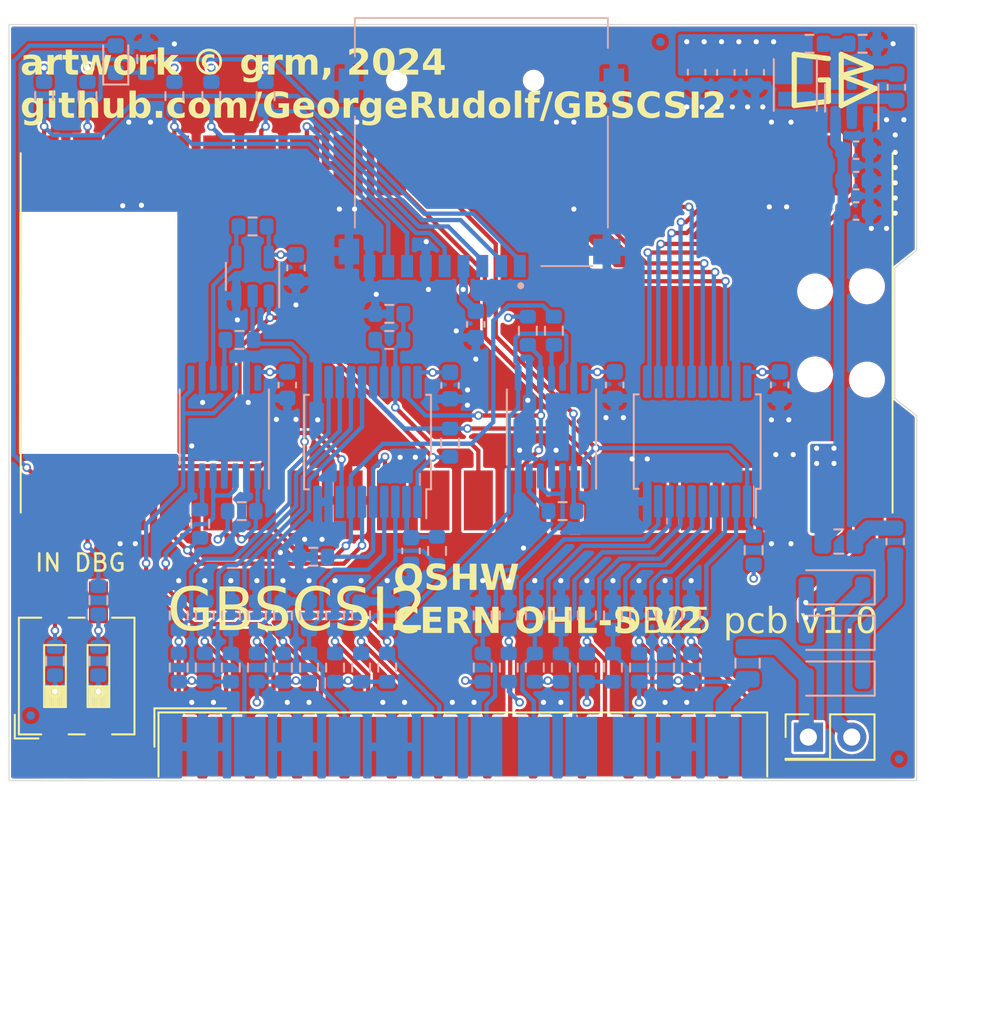
<source format=kicad_pcb>
(kicad_pcb (version 20221018) (generator pcbnew)
  (title_block (title "GBSCSI model 2, DB25 Plug") (date "2024-02-01") (rev "DVT") (comment 2 "Verified by Joan S.T.") (comment 3 "Drawn by George R. M."))
  (layers (0 "F.Cu" signal) (1 "In1.Cu" signal) (2 "In2.Cu" signal) (31 "B.Cu" signal) (34 "B.Paste" user) (35 "F.Paste" user) (36 "B.SilkS" user "B.Silkscreen") (37 "F.SilkS" user "F.Silkscreen") (38 "B.Mask" user) (39 "F.Mask" user) (44 "Edge.Cuts" user))
  (net 0 "")
  (net 1 "GND")
  (net 2 "+3V3")
  (net 3 "+5V")
  (net 4 "Net-(D1-A)")
  (net 5 "Net-(D2-K)")
  (net 6 "Net-(D4-A)")
  (net 7 "/VBUS")
  (net 8 "/TERMPWR")
  (net 9 "/SDIO_D2")
  (net 10 "/SDIO_D3")
  (net 11 "/SDIO_CMD")
  (net 12 "/SDIO_CLK")
  (net 13 "/SDIO_D0")
  (net 14 "/SDIO_D1")
  (net 15 "/~{SCSI_SD0}")
  (net 16 "/~{SCSI_SD1}")
  (net 17 "/~{SCSI_SD2}")
  (net 18 "/~{SCSI_SD3}")
  (net 19 "/~{SCSI_SD4}")
  (net 20 "/~{SCSI_SD5}")
  (net 21 "/~{SCSI_SD6}")
  (net 22 "/~{SCSI_SD7}")
  (net 23 "/~{SCSI_SDP}")
  (net 24 "/SCSI_~{ATTN}")
  (net 25 "/~{SCSI_BSY}")
  (net 26 "/~{SCSI_ACK}")
  (net 27 "/~{SCSI_MSG}")
  (net 28 "/~{SCSI_SEL}")
  (net 29 "/SCSI_~{C}{slash}D")
  (net 30 "/SCSI_~{REQ}")
  (net 31 "Net-(U3-B1)")
  (net 32 "Net-(U3-A0)")
  (net 33 "/~{INITIATOR}")
  (net 34 "/~{DEBUG}")
  (net 35 "/~{MCU_ATTN}")
  (net 36 "/~{MCU_REQ}")
  (net 37 "/~{BUS_DIR}")
  (net 38 "/~{RST_OUT}")
  (net 39 "/~{MCU_SEL_OUT}")
  (net 40 "/~{MCU_ACK}")
  (net 41 "Net-(R18-Pad1)")
  (net 42 "/MCU_RST")
  (net 43 "Net-(R19-Pad1)")
  (net 44 "/~{MCU_SDP}")
  (net 45 "/~{MCU_CD{slash}SEL_IN}")
  (net 46 "Net-(R20-Pad2)")
  (net 47 "/~{MCU_MSG{slash}BSY_IN}")
  (net 48 "Net-(R21-Pad2)")
  (net 49 "/~{MCU_IO}")
  (net 50 "/~{MCU_SD0}")
  (net 51 "/~{MCU_SD1}")
  (net 52 "/~{MCU_SD2}")
  (net 53 "/~{MCU_SD3}")
  (net 54 "/~{MCU_SD4}")
  (net 55 "/~{MCU_SD5}")
  (net 56 "/~{MCU_SD6}")
  (net 57 "/~{MCU_SD7}")
  (net 58 "/SYS~{RST}")
  (net 59 "/~{MCU_BSY_OUT}")
  (net 63 "/~{SCSI_RST}")
  (net 64 "/ACTY")
  (net 65 "/5V_TIE")
  (net 66 "Net-(F2-Pad1)")
  (net 67 "/SCSI_I{slash}~{O} ")
  (net 68 "Net-(U8-SW)")
  (net 69 "Net-(U8-BST)")
  (net 70 "Net-(U8-FB)")
  (footprint "Button_Switch_SMD:SW_DIP_SPSTx02_Slide_6.7x6.64mm_W8.61mm_P2.54mm_LowProfile" (layer "F.Cu") (at 69.977 65.011 90)
    (fp_text reference "SW1" hide)
    (fp_text value "SW_DIP_x02")
  )
  (footprint "Connector_Dsub:DSUB-25_Male_EdgeMount_P2.77mm" (layer "F.Cu") (at 92.566 69.1388)
    (fp_text reference "J6" hide)
    (fp_text value "DB25_Plug")
  )
  (footprint "GBSCSI:RPi_Pico_W_SMD" (layer "F.Cu") (at 92.202 44.958 -90)
    (fp_text reference "U1" hide)
    (fp_text value "Pico W")
  )
  (footprint "Connector_PinHeader_2.54mm:PinHeader_2x01_P2.54mm_Vertical" (layer "F.Cu") (at 112.776 68.58)
    (fp_text reference "JP1" hide)
    (fp_text value "Jumper_2_Open")
  )
  (footprint "Resistor_SMD:R_0603_1608Metric" (layer "B.Cu") (at 96.367 44.831 -90)
    (fp_text reference "R11" hide)
    (fp_text value "4k7")
  )
  (footprint "Inductor_SMD:L_0603_1608Metric" (layer "B.Cu") (at 117.856 57.15 -90)
    (fp_text reference "L1" hide)
    (fp_text value "Ferrite_Bead_Small")
  )
  (footprint "Resistor_SMD:R_0603_1608Metric" (layer "B.Cu") (at 88.261 43.8438 180)
    (fp_text reference "R15" hide)
    (fp_text value "1k")
  )
  (footprint "Resistor_SMD:R_0603_1608Metric" (layer "B.Cu") (at 93.726 61.468 90)
    (fp_text reference "R39" hide)
    (fp_text value "330")
  )
  (footprint "Fiducial:Fiducial_0.5mm_Mask1mm" (layer "B.Cu") (at 104.116 27.9488 180)
    (fp_text reference "FID2" hide)
    (fp_text value "Fiducial")
  )
  (footprint "Resistor_SMD:R_0603_1608Metric" (layer "B.Cu") (at 102.87 61.468 90)
    (fp_text reference "R33" hide)
    (fp_text value "330")
  )
  (footprint "Resistor_SMD:R_0603_1608Metric" (layer "B.Cu") (at 112.842 28.06)
    (fp_text reference "R41" hide)
    (fp_text value "31k6")
  )
  (footprint "Resistor_SMD:R_0603_1608Metric" (layer "B.Cu") (at 71.247 60.579 90)
    (fp_text reference "R9" hide)
    (fp_text value "4k7")
  )
  (footprint "Resistor_SMD:R_0603_1608Metric" (layer "B.Cu") (at 105.918 61.468 90)
    (fp_text reference "R37" hide)
    (fp_text value "330")
  )
  (footprint "Capacitor_SMD:C_0603_1608Metric" (layer "B.Cu") (at 115.57 34.2775)
    (fp_text reference "C18" hide)
    (fp_text value "100nF")
  )
  (footprint "Capacitor_SMD:C_0603_1608Metric" (layer "B.Cu") (at 117.922 30.6 90)
    (fp_text reference "C14" hide)
    (fp_text value "100nF")
  )
  (footprint "Resistor_SMD:R_0603_1608Metric" (layer "B.Cu") (at 95.25 61.468 90)
    (fp_text reference "R23" hide)
    (fp_text value "330")
  )
  (footprint "Resistor_SMD:R_0603_1608Metric" (layer "B.Cu") (at 83.566 61.468 90)
    (fp_text reference "R53" hide)
    (fp_text value "330")
  )
  (footprint "Resistor_SMD:R_0603_1608Metric" (layer "B.Cu") (at 85.09 64.516 90)
    (fp_text reference "R46" hide)
    (fp_text value "220")
  )
  (footprint "Resistor_SMD:R_0603_1608Metric" (layer "B.Cu") (at 80.518 64.516 90)
    (fp_text reference "R52" hide)
    (fp_text value "220")
  )
  (footprint "Fuse:Fuse_0805_2012Metric" (layer "B.Cu") (at 114.554 57.15 180)
    (fp_text reference "F2" hide)
    (fp_text value "1A")
  )
  (footprint "Resistor_SMD:R_0603_1608Metric" (layer "B.Cu") (at 78.994 64.516 90)
    (fp_text reference "R50" hide)
    (fp_text value "220")
  )
  (footprint "Resistor_SMD:R_0603_1608Metric" (layer "B.Cu") (at 75.692 31.115 90)
    (fp_text reference "R7" hide)
    (fp_text value "4k7")
  )
  (footprint "Capacitor_SMD:C_0603_1608Metric" (layer "B.Cu") (at 109.668 29.718 -90)
    (fp_text reference "C16" hide)
    (fp_text value "100nF")
  )
  (footprint "Resistor_SMD:R_0603_1608Metric" (layer "B.Cu") (at 109.575 57.658 90)
    (fp_text reference "R10" hide)
    (fp_text value "4k7")
  )
  (footprint "Resistor_SMD:R_0603_1608Metric" (layer "B.Cu") (at 79.629 55.372)
    (fp_text reference "R13" hide)
    (fp_text value "4k7")
  )
  (footprint "Resistor_SMD:R_0603_1608Metric" (layer "B.Cu") (at 88.138 61.468 90)
    (fp_text reference "R58" hide)
    (fp_text value "330")
  )
  (footprint "Resistor_SMD:R_0603_1608Metric" (layer "B.Cu") (at 98.298 61.468 90)
    (fp_text reference "R27" hide)
    (fp_text value "330")
  )
  (footprint "Resistor_SMD:R_0603_1608Metric" (layer "B.Cu") (at 68.707 64.135 90)
    (fp_text reference "R4" hide)
    (fp_text value "1k")
  )
  (footprint "Fuse:Fuse_0805_2012Metric" (layer "B.Cu") (at 109.22 64.262 90)
    (fp_text reference "F1" hide)
    (fp_text value "1A")
  )
  (footprint "Resistor_SMD:R_0603_1608Metric" (layer "B.Cu") (at 98.298 64.516 90)
    (fp_text reference "R26" hide)
    (fp_text value "220")
  )
  (footprint "Package_SO:TSSOP-14_4.4x5mm_P0.65mm" (layer "B.Cu") (at 97.749 50.458 90)
    (fp_text reference "U5" hide)
    (fp_text value "74LVT125")
  )
  (footprint "Resistor_SMD:R_0603_1608Metric" (layer "B.Cu") (at 96.774 61.468 90)
    (fp_text reference "R25" hide)
    (fp_text value "330")
  )
  (footprint "Capacitor_SMD:C_0603_1608Metric" (layer "B.Cu") (at 106.239 29.718 -90)
    (fp_text reference "C12" hide)
    (fp_text value "22uF")
  )
  (footprint "Package_TO_SOT_SMD:SOT-23-5" (layer "B.Cu") (at 80.264 41.656 90)
    (fp_text reference "U4" hide)
    (fp_text value "74AHCT1G125")
  )
  (footprint "Resistor_SMD:R_0603_1608Metric" (layer "B.Cu") (at 81.026 31.115 90)
    (fp_text reference "R3" hide)
    (fp_text value "4k7")
  )
  (footprint "Capacitor_SMD:C_0603_1608Metric" (layer "B.Cu") (at 107.95 29.731 -90)
    (fp_text reference "C13" hide)
    (fp_text value "22uF")
  )
  (footprint "Resistor_SMD:R_0603_1608Metric" (layer "B.Cu") (at 99.822 61.468 90)
    (fp_text reference "R29" hide)
    (fp_text value "330")
  )
  (footprint "Diode_SMD:D_SOD-123" (layer "B.Cu") (at 114.3 65.1598 180)
    (fp_text reference "D4" hide)
    (fp_text value "D_Schottky")
  )
  (footprint "Resistor_SMD:R_0603_1608Metric" (layer "B.Cu") (at 97.891 44.831 -90)
    (fp_text reference "R21" hide)
    (fp_text value "1k")
  )
  (footprint "Package_SO:TSSOP-14_4.4x5mm_P0.65mm" (layer "B.Cu") (at 78.613 50.458 90)
    (fp_text reference "U6" hide)
    (fp_text value "74LVT125")
  )
  (footprint "Resistor_SMD:R_0603_1608Metric" (layer "B.Cu") (at 71.247 64.135 90)
    (fp_text reference "R6" hide)
    (fp_text value "1k")
  )
  (footprint "Resistor_SMD:R_0603_1608Metric" (layer "B.Cu") (at 77.851 31.115 90)
    (fp_text reference "R5" hide)
    (fp_text value "4k7")
  )
  (footprint "Fiducial:Fiducial_0.5mm_Mask1mm" (layer "B.Cu") (at 67.286 67.3188 180)
    (fp_text reference "FID3" hide)
    (fp_text value "Fiducial")
  )
  (footprint "Resistor_SMD:R_0603_1608Metric" (layer "B.Cu") (at 75.946 64.516 90)
    (fp_text reference "R51" hide)
    (fp_text value "220")
  )
  (footprint "Resistor_SMD:R_0603_1608Metric" (layer "B.Cu") (at 93.726 64.516 90)
    (fp_text reference "R38" hide)
    (fp_text value "220")
  )
  (footprint "Package_TO_SOT_SMD:TSOT-23-6" (layer "B.Cu") (at 115.316 31.2295 90)
    (fp_text reference "U8" hide)
    (fp_text value "AP62250WU")
  )
  (footprint "Resistor_SMD:R_0603_1608Metric" (layer "B.Cu") (at 99.822 64.516 90)
    (fp_text reference "R28" hide)
    (fp_text value "220")
  )
  (footprint "Resistor_SMD:R_0603_1608Metric" (layer "B.Cu") (at 77.47 64.516 90)
    (fp_text reference "R48" hide)
    (fp_text value "220")
  )
  (footprint "Resistor_SMD:R_0603_1608Metric" (layer "B.Cu") (at 85.09 61.468 90)
    (fp_text reference "R55" hide)
    (fp_text value "330")
  )
  (footprint "Resistor_SMD:R_0603_1608Metric" (layer "B.Cu") (at 88.138 64.516 90)
    (fp_text reference "R49" hide)
    (fp_text value "220")
  )
  (footprint "Diode_SMD:D_SOD-123" (layer "B.Cu") (at 114.3 59.8258 180)
    (fp_text reference "D2" hide)
    (fp_text value "D_Schottky")
  )
  (footprint "Resistor_SMD:R_0603_1608Metric" (layer "B.Cu") (at 91.817 51.372 90)
    (fp_text reference "R8" hide)
    (fp_text value "4k7")
  )
  (footprint "Resistor_SMD:R_0603_1608Metric" (layer "B.Cu") (at 96.774 64.516 90)
    (fp_text reference "R24" hide)
    (fp_text value "220")
  )
  (footprint "Resistor_SMD:R_0603_1608Metric" (layer "B.Cu") (at 86.614 64.516 90)
    (fp_text reference "R45" hide)
    (fp_text value "220")
  )
  (footprint "GBSCSI:TF01A" (layer "B.Cu") (at 93.65 33.8)
    (fp_text reference "J2" hide)
    (fp_text value "TF003" hide)
  )
  (footprint "LED_SMD:LED_0603_1608Metric" (layer "B.Cu") (at 72.263 28.956 90)
    (fp_text reference "D1" hide)
    (fp_text value "YELLOW")
  )
  (footprint "Resistor_SMD:R_0603_1608Metric" (layer "B.Cu") (at 80.264 38.735 180)
    (fp_text reference "R12" hide)
    (fp_text value "4k7")
  )
  (footprint "Capacitor_SMD:C_0603_1608Metric" (layer "B.Cu") (at 89.531 57.6998 -90)
    (fp_text reference "C2" hide)
    (fp_text value "12pF")
  )
  (footprint "Resistor_SMD:R_0603_1608Metric" (layer "B.Cu") (at 77.47 61.468 90)
    (fp_text reference "R57" hide)
    (fp_text value "330")
  )
  (footprint "Resistor_SMD:R_0603_1608Metric" (layer "B.Cu") (at 77.201 56.108842 90)
    (fp_text reference "R20" hide)
    (fp_text value "1k")
  )
  (footprint "Resistor_SMD:R_0603_1608Metric" (layer "B.Cu") (at 104.394 61.468 90)
    (fp_text reference "R35" hide)
    (fp_text value "330")
  )
  (footprint "Resistor_SMD:R_0603_1608Metric" (layer "B.Cu") (at 98.399 55.372)
    (fp_text reference "R19" hide)
    (fp_text value "1k")
  )
  (footprint "Capacitor_SMD:C_0603_1608Metric" (layer "B.Cu") (at 91.817 48.0348 -90)
    (fp_text reference "C3" hide)
    (fp_text value "100nF")
  )
  (footprint "Resistor_SMD:R_0603_1608Metric" (layer "B.Cu") (at 78.994 61.468 90)
    (fp_text reference "R59" hide)
    (fp_text value "330")
  )
  (footprint "Package_SO:SSOP-20_5.3x7.2mm_P0.65mm" (layer "B.Cu") (at 86.991 51.3368 90)
    (fp_text reference "U3" hide)
    (fp_text value "74LVT245")
  )
  (footprint "Resistor_SMD:R_0603_1608Metric" (layer "B.Cu") (at 102.87 64.516 90)
    (fp_text reference "R32" hide)
    (fp_text value "220")
  )
  (footprint "Resistor_SMD:R_0603_1608Metric" (layer "B.Cu") (at 86.614 61.468 90)
    (fp_text reference "R54" hide)
    (fp_text value "330")
  )
  (footprint "Capacitor_SMD:C_0603_1608Metric" (layer "B.Cu") (at 115.57 37.8335)
    (fp_text reference "C15" hide)
    (fp_text value "10uF")
  )
  (footprint "Resistor_SMD:R_0603_1608Metric" (layer "B.Cu") (at 104.394 64.516 90)
    (fp_text reference "R34" hide)
    (fp_text value "220")
  )
  (footprint "Package_SO:SSOP-20_5.3x7.2mm_P0.65mm" (layer "B.Cu") (at 106.273 51.308 90)
    (fp_text reference "U2" hide)
    (fp_text value "74LVT245")
  )
  (footprint "Capacitor_SMD:C_0603_1608Metric" (layer "B.Cu") (at 111.099 48.006 -90)
    (fp_text reference "C4" hide)
    (fp_text value "100nF")
  )
  (footprint "Resistor_SMD:R_0603_1608Metric" (layer "B.Cu") (at 88.261 45.3678)
    (fp_text reference "R17" hide)
    (fp_text value "1k")
  )
  (footprint "Capacitor_SMD:C_0603_1608Metric" (layer "B.Cu") (at 115.57 36.0555)
    (fp_text reference "C17" hide)
    (fp_text value "1uF")
  )
  (footprint "Resistor_SMD:R_0603_1608Metric" (layer "B.Cu") (at 68.072 31.115 90)
    (fp_text reference "R2" hide)
    (fp_text value "4k7")
  )
  (footprint "Resistor_SMD:R_0603_1608Metric" (layer "B.Cu") (at 74.041 28.956 -90)
    (fp_text reference "R14" hide)
    (fp_text value "510")
  )
  (footprint "Resistor_SMD:R_0603_1608Metric" (layer "B.Cu") (at 95.25 64.516 90)
    (fp_text reference "R22" hide)
    (fp_text value "220")
  )
  (footprint "Fiducial:Fiducial_0.5mm_Mask1mm" (layer "B.Cu") (at 118.086 69.8588 180)
    (fp_text reference "FID1" hide)
    (fp_text value "Fiducial")
  )
  (footprint "Resistor_SMD:R_0603_1608Metric" (layer "B.Cu") (at 115.953 28.06)
    (fp_text reference "R42" hide)
    (fp_text value "10k")
  )
  (footprint "Capacitor_SMD:C_0603_1608Metric" (layer "B.Cu") (at 93.321 44.4588 -90)
    (fp_text reference "C1" hide)
    (fp_text value "100nF")
  )
  (footprint "Resistor_SMD:R_0603_1608Metric" (layer "B.Cu") (at 80.518 61.468 90)
    (fp_text reference "R61" hide)
    (fp_text value "330")
  )
  (footprint "Resistor_SMD:R_0603_1608Metric" (layer "B.Cu") (at 101.346 64.516 90)
    (fp_text reference "R30" hide)
    (fp_text value "220")
  )
  (footprint "Resistor_SMD:R_0603_1608Metric" (layer "B.Cu") (at 70.612 31.115 90)
    (fp_text reference "R1" hide)
    (fp_text value "4k7")
  )
  (footprint "Resistor_SMD:R_0603_1608Metric" (layer "B.Cu") (at 82.042 64.516 90)
    (fp_text reference "R47" hide)
    (fp_text value "220")
  )
  (footprint "Capacitor_SMD:C_0603_1608Metric" (layer "B.Cu") (at 101.447 48.006 -90)
    (fp_text reference "C5" hide)
    (fp_text value "100nF")
  )
  (footprint "Capacitor_SMD:C_0603_1608Metric" (layer "B.Cu") (at 82.296 48.006 -90)
    (fp_text reference "C6" hide)
    (fp_text value "100nF")
  )
  (footprint "Resistor_SMD:R_0603_1608Metric" (layer "B.Cu") (at 83.566 64.516 90)
    (fp_text reference "R44" hide)
    (fp_text value "220")
  )
  (footprint "Resistor_SMD:R_0603_1608Metric" (layer "B.Cu") (at 79.502 45.3678)
    (fp_text reference "R18" hide)
    (fp_text value "4k7")
  )
  (footprint "Resistor_SMD:R_0603_1608Metric" (layer "B.Cu") (at 75.946 61.468 90)
    (fp_text reference "R60" hide)
    (fp_text value "330")
  )
  (footprint "Diode_SMD:D_SOD-123" (layer "B.Cu") (at 114.3 62.484 180)
    (fp_text reference "D3" hide)
    (fp_text value "D_Schottky")
  )
  (footprint "Resistor_SMD:R_0603_1608Metric" (layer "B.Cu") (at 101.346 61.468 90)
    (fp_text reference "R31" hide)
    (fp_text value "330")
  )
  (footprint "Resistor_SMD:R_0603_1608Metric" (layer "B.Cu") (at 82.042 61.468 90)
    (fp_text reference "R56" hide)
    (fp_text value "330")
  )
  (footprint "Resistor_SMD:R_0603_1608Metric" (layer "B.Cu") (at 105.918 64.516 90)
    (fp_text reference "R36" hide)
    (fp_text value "220")
  )
  (footprint "Resistor_SMD:R_0603_1608Metric" (layer "B.Cu") (at 83.816 58.039)
    (fp_text reference "R43" hide)
    (fp_text value "4k7")
  )
  (footprint "Resistor_SMD:R_0603_1608Metric" (layer "B.Cu") (at 91.055 57.6998 90)
    (fp_text reference "R16" hide)
    (fp_text value "110")
  )
  (footprint "Inductor_SMD:L_Sunlord_SWPA252012S" (layer "B.Cu") (at 112.014 30.4675 90)
    (fp_text reference "L2" hide)
    (fp_text value "2.2uH")
  )
  (footprint "Capacitor_SMD:C_0603_1608Metric" (layer "B.Cu") (at 82.804 41.161 -90)
    (fp_text reference "C7" hide)
    (fp_text value "100nF")
  )
  (gr_line (start 114.7 31.675) (end 116.7 30.675) (stroke (width 0.3)) (layer "F.SilkS"))
  (gr_line (start 116.7 30.675) (end 114.7 29.925) (stroke (width 0.3)) (layer "F.SilkS"))
  (gr_line (start 116.45 29.425) (end 114.7 29.925) (stroke (width 0.3)) (layer "F.SilkS"))
  (gr_line (start 113.45 30.171) (end 113.95 30.171) (stroke (width 0.3)) (layer "F.SilkS"))
  (gr_line (start 114.7 31.675) (end 114.7 28.675) (stroke (width 0.3)) (layer "F.SilkS"))
  (gr_line (start 113.95 31.421) (end 113.95 30.171) (stroke (width 0.3)) (layer "F.SilkS"))
  (gr_line (start 111.95 28.671) (end 113.95 28.921) (stroke (width 0.3)) (layer "F.SilkS"))
  (gr_line (start 111.95 31.671) (end 113.95 31.421) (stroke (width 0.3)) (layer "F.SilkS"))
  (gr_line (start 111.95 28.671) (end 111.95 31.671) (stroke (width 0.3)) (layer "F.SilkS"))
  (gr_line (start 114.7 28.675) (end 116.45 29.425) (stroke (width 0.3)) (layer "F.SilkS"))
  (gr_line (start 119.116 40.1408) (end 119.116 26.9288) (stroke (width 0.05)) (layer "Edge.Cuts"))
  (gr_line (start 66.016 26.9288) (end 66.016 71.1288) (stroke (width 0.05)) (layer "Edge.Cuts"))
  (gr_line (start 66.016 71.1288) (end 119.116 71.1288) (stroke (width 0.05)) (layer "Edge.Cuts"))
  (gr_line (start 119.116 49.7928) (end 117.832 48.7768) (stroke (width 0.05)) (layer "Edge.Cuts"))
  (gr_line (start 66.016 26.9288) (end 119.116 26.9288) (stroke (width 0.05)) (layer "Edge.Cuts"))
  (gr_line (start 117.832 41.1568) (end 119.116 40.1408) (stroke (width 0.05)) (layer "Edge.Cuts"))
  (gr_line (start 117.832 48.7768) (end 117.832 41.1568) (stroke (width 0.05)) (layer "Edge.Cuts"))
  (gr_line (start 119.116 71.1288) (end 119.116 49.7928) (stroke (width 0.05)) (layer "Edge.Cuts"))
  (gr_text "IN DBG" (at 67.45 58.975) (layer "F.SilkS") (effects (font (size 1 1)) (justify left bottom)))
  (gr_text "OSHW\nCERN OHL-S V2" (at 88.5 62.75) (layer "F.SilkS") (effects (font (size 1.5 1.5) (thickness 0.3) bold italic) (justify left bottom)))
  (gr_text "DB25 pcb v1.0" (at 101.4 62.75) (layer "F.SilkS") (effects (font (size 1.5 1.5)) (justify left bottom)))
  (gr_text "artwork © grm, 2024\ngithub.com/GeorgeRudolf/GBSCSI2" (at 66.675 30.5) (layer "F.SilkS") (effects (font (size 1.5 1.5) (thickness 0.3) bold italic) (justify left)))
  (gr_text "GBSCSI2" (at 75.275 62.75) (layer "F.SilkS") (effects (font (size 2.5 2.5) (thickness 0.15) italic) (justify left bottom)))
  (via (at 77.978 66.548) (size 0.5) (drill 0.3) (layers "F.Cu" "B.Cu") (net 1))
  (via (at 95.885 51.816) (size 0.5) (drill 0.3) (layers "F.Cu" "B.Cu") (net 1))
  (via (at 106.553 31.75) (size 0.5) (drill 0.3) (layers "F.Cu" "B.Cu") (net 1))
  (via (at 105.918 59.436) (size 0.5) (drill 0.3) (layers "F.Cu" "B.Cu") (net 1))
  (via (at 117.856 35.2935) (size 0.5) (drill 0.3) (layers "F.Cu" "B.Cu") (net 1))
  (via (at 104.394 59.436) (size 0.5) (drill 0.3) (layers "F.Cu" "B.Cu") (net 1))
  (via (at 92.833 49.1778) (size 0.5) (drill 0.3) (layers "F.Cu" "B.Cu") (net 1))
  (via (at 82.804 43.32) (size 0.5) (drill 0.3) (layers "F.Cu" "B.Cu") (net 1))
  (via (at 98.018 51.816) (size 0.5) (drill 0.3) (layers "F.Cu" "B.Cu") (net 1))
  (via (at 86.614 59.436) (size 0.5) (drill 0.3) (layers "F.Cu" "B.Cu") (net 1))
  (via (at 76.708 51.562) (size 0.5) (drill 0.3) (layers "F.Cu" "B.Cu") (net 1))
  (via (at 83.566 66.548) (size 0.5) (drill 0.3) (layers "F.Cu" "B.Cu") (net 1))
  (via (at 84.074 50.038) (size 0.5) (drill 0.3) (layers "F.Cu" "B.Cu") (net 1))
  (via (at 83.566 59.436) (size 0.5) (drill 0.3) (layers "F.Cu" "B.Cu") (net 1))
  (via (at 89.154 66.548) (size 0.5) (drill 0.3) (layers "F.Cu" "B.Cu") (net 1))
  (via (at 89.785 52.2258) (size 0.5) (drill 0.3) (layers "F.Cu" "B.Cu") (net 1))
  (via (at 117.856 37.9605) (size 0.5) (drill 0.3) (layers "F.Cu" "B.Cu") (net 1))
  (via (at 81.661 50.012842) (size 0.5) (drill 0.3) (layers "F.Cu" "B.Cu") (net 1))
  (via (at 80.518 59.436) (size 0.5) (drill 0.3) (layers "F.Cu" "B.Cu") (net 1))
  (via (at 77.47 59.436) (size 0.5) (drill 0.3) (layers "F.Cu" "B.Cu") (net 1))
  (via (at 117.856 37.0715) (size 0.5) (drill 0.3) (layers "F.Cu" "B.Cu") (net 1))
  (via (at 117.348 38.8495) (size 0.5) (drill 0.3) (layers "F.Cu" "B.Cu") (net 1))
  (via (at 98.298 66.548) (size 0.5) (drill 0.3) (layers "F.Cu" "B.Cu") (net 1))
  (via (at 100.939 49.911) (size 0.5) (drill 0.3) (layers "F.Cu" "B.Cu") (net 1))
  (via (at 103.352 52.324) (size 0.5) (drill 0.3) (layers "F.Cu" "B.Cu") (net 1))
  (via (at 110.871 52.07) (size 0.5) (drill 0.3) (layers "F.Cu" "B.Cu") (net 1))
  (via (at 110.617 32.639) (size 0.5) (drill 0.3) (layers "F.Cu" "B.Cu") (net 1))
  (via (at 92.8395 48.2888) (size 0.5) (drill 0.3) (layers "F.Cu" "B.Cu") (net 1))
  (via (at 117.348 32.4995) (size 0.5) (drill 0.3) (layers "F.Cu" "B.Cu") (net 1))
  (via (at 116.459 38.8495) (size 0.5) (drill 0.3) (layers "F.Cu" "B.Cu") (net 1))
  (via (at 105.664 66.548) (size 0.5) (drill 0.3) (layers "F.Cu" "B.Cu") (net 1))
  (via (at 88.138 59.436) (size 0.5) (drill 0.3) (layers "F.Cu" "B.Cu") (net 1))
  (via (at 90.551 42.418) (size 0.5) (drill 0.3) (layers "F.Cu" "B.Cu") (net 1))
  (via (at 93.726 59.436) (size 0.5) (drill 0.3) (layers "F.Cu" "B.Cu") (net 1))
  (via (at 117.729 28.0545) (size 0.5) (drill 0.3) (layers "F.Cu" "B.Cu") (net 1))
  (via (at 102.87 59.436) (size 0.5) (drill 0.3) (layers "F.Cu" "B.Cu") (net 1))
  (via (at 86.36 32.639) (size 0.5) (drill 0.3) (layers "F.Cu" "B.Cu") (net 1))
  (via (at 82.296 66.548) (size 0.5) (drill 0.3) (layers "F.Cu" "B.Cu") (net 1))
  (via (at 96.113 57.531) (size 0.5) (drill 0.3) (layers "F.Cu" "B.Cu") (net 1))
  (via (at 96.367 48.895) (size 0.5) (drill 0.3) (layers "F.Cu" "B.Cu") (net 1))
  (via (at 111.887 52.07) (size 0.5) (drill 0.3) (layers "F.Cu" "B.Cu") (net 1))
  (via (at 95.25 59.436) (size 0.5) (drill 0.3) (layers "F.Cu" "B.Cu") (net 1))
  (via (at 81.891 57.7938) (size 0.5) (drill 0.3) (layers "F.Cu" "B.Cu") (net 1))
  (via (at 104.394 66.548) (size 0.5) (drill 0.3) (layers "F.Cu" "B.Cu") (net 1))
  (via (at 99.06 32.639) (size 0.5) (drill 0.3) (layers "F.Cu" "B.Cu") (net 1))
  (via (at 80.01 49.022) (size 0.5) (drill 0.3) (layers "F.Cu" "B.Cu") (net 1))
  (via (at 111.76 32.639) (size 0.5) (drill 0.3) (layers "F.Cu" "B.Cu") (net 1))
  (via (at 87.884 66.548) (size 0.5) (drill 0.3) (layers "F.Cu" "B.Cu") (net 1))
  (via (at 110.109 31.75) (size 0.5) (drill 0.3) (layers "F.Cu" "B.Cu") (net 1))
  (via (at 82.042 59.436) (size 0.5) (drill 0.3) (layers "F.Cu" "B.Cu") (net 1))
  (via (at 78.994 59.436) (size 0.5) (drill 0.3) (layers "F.Cu" "B.Cu") (net 1))
  (via (at 118.364 32.4995) (size 0.5) (drill 0.3) (layers "F.Cu" "B.Cu") (net 1))
  (via (at 87.499 42.7008) (size 0.5) (drill 0.3) (layers "F.Cu" "B.Cu") (net 1))
  (via (at 99.06 37.719) (size 0.5) (drill 0.3) (layers "F.Cu" "B.Cu") (net 1))
  (via (at 99.822 59.436) (size 0.5) (drill 0.3) (layers "F.Cu" "B.Cu") (net 1))
  (via (at 101.955 49.911) (size 0.5) (drill 0.3) (layers "F.Cu" "B.Cu") (net 1))
  (via (at 98.044 32.639) (size 0.5) (drill 0.3) (layers "F.Cu" "B.Cu") (net 1))
  (via (at 72.6708 37.5246) (size 0.5) (drill 0.3) (layers "F.Cu" "B.Cu") (net 1))
  (via (at 91.948 66.548) (size 0.5) (drill 0.3) (layers "F.Cu" "B.Cu") (net 1))
  (via (at 88.896 52.2258) (size 0.5) (drill 0.3) (layers "F.Cu" "B.Cu") (net 1))
  (via (at 102.463 52.324) (size 0.5) (drill 0.3) (layers "F.Cu" "B.Cu") (net 1))
  (via (at 74.295 32.639) (size 0.5) (drill 0.3) (layers "F.Cu" "B.Cu") (net 1))
  (via (at 83.312 57.023) (size 0.5) (drill 0.3) (layers "F.Cu" "B.Cu") (net 1))
  (via (at 85.09 59.436) (size 0.5) (drill 0.3) (layers "F.Cu" "B.Cu") (net 1))
  (via (at 117.856 36.1825) (size 0.5) (drill 0.3) (layers "F.Cu" "B.Cu") (net 1))
  (via (at 92.178 44.8398) (size 0.5) (drill 0.3) (layers "F.Cu" "B.Cu") (net 1))
  (via (at 107.442 31.75) (size 0.5) (drill 0.3) (layers "F.Cu" "B.Cu") (net 1))
  (via (at 77.343 49.022) (size 0.5) (drill 0.3) (layers "F.Cu" "B.Cu") (net 1))
  (via (at 96.774 59.436) (size 0.5) (drill 0.3) (layers "F.Cu" "B.Cu") (net 1))
  (via (at 84.328 57.023) (size 0.5) (drill 0.3) (layers "F.Cu" "B.Cu") (net 1))
  (via (at 82.804 50.012842) (size 0.5) (drill 0.3) (layers "F.Cu" "B.Cu") (net 1))
  (via (at 86.233 37.719) (size 0.5) (drill 0.3) (layers "F.Cu" "B.Cu") (net 1))
  (via (at 97.282 66.548) (size 0.5) (drill 0.3) (layers "F.Cu" "B.Cu") (net 1))
  (via (at 76.708 66.548) (size 0.5) (drill 0.3) (layers "F.Cu" "B.Cu") (net 1))
  (via (at 109.22 31.75) (size 0.5) (drill 0.3) (layers "F.Cu" "B.Cu") (net 1))
  (via (at 111.76 57.277) (size 0.5) (drill 0.3) (layers "F.Cu" "B.Cu") (net 1))
  (via (at 73.025 32.639) (size 0.5) (drill 0.3) (layers "F.Cu" "B.Cu") (net 1))
  (via (at 75.946 59.436) (size 0.5) (drill 0.3) (layers "F.Cu" "B.Cu") (net 1))
  (via (at 117.856 34.4045) (size 0.5) (drill 0.3) (layers "F.Cu" "B.Cu") (net 1))
  (via (at 110.49 37.592) (size 0.5) (drill 0.3) (layers "F.Cu" "B.Cu") (net 1))
  (via (at 73.406 57.277) (size 0.5) (drill 0.3) (layers "F.Cu" "B.Cu") (net 1))
  (via (at 98.298 59.436) (size 0.5) (drill 0.3) (layers "F.Cu" "B.Cu") (net 1))
  (via (at 111.633 50.038) (size 0.5) (drill 0.3) (layers "F.Cu" "B.Cu") (net 1))
  (via (at 93.321 46.4908) (size 0.5) (drill 0.3) (layers "F.Cu" "B.Cu") (net 1))
  (via (at 79.375 44.196) (size 0.5) (drill 0.3) (layers "F.Cu" "B.Cu") (net 1))
  (via (at 85.344 37.719) (size 0.5) (drill 0.3) (layers "F.Cu" "B.Cu") (net 1))
  (via (at 111.506 37.592) (size 0.5) (drill 0.3) (layers "F.Cu" "B.Cu") (net 1))
  (via (at 110.617 50.038) (size 0.5) (drill 0.3) (layers "F.Cu" "B.Cu") (net 1))
  (via (at 75.692 28.067) (size 0.5) (drill 0.3) (layers "F.Cu" "B.Cu") (net 1))
  (via (at 117.856 33.3885) (size 0.5) (drill 0.3) (layers "F.Cu" "B.Cu") (net 1))
  (via (at 73.763 37.4992) (size 0.5) (drill 0.3) (layers "F.Cu" "B.Cu") (net 1))
  (via (at 93.218 66.548) (size 0.5) (drill 0.3) (layers "F.Cu" "B.Cu") (net 1))
  (via (at 105.664 31.75) (size 0.5) (drill 0.3) (layers "F.Cu" "B.Cu") (net 1))
  (via (at 101.346 59.436) (size 0.5) (drill 0.3) (layers "F.Cu" "B.Cu") (net 1))
  (via (at 108.331 31.75) (size 0.5) (drill 0.3) (layers "F.Cu" "B.Cu") (net 1))
  (via (at 72.517 57.277) (size 0.5) (drill 0.3) (layers "F.Cu" "B.Cu") (net 1))
  (via (at 90.424 39.624) (size 0.5) (drill 0.3) (layers "F.Cu" "B.Cu") (net 1))
  (via (at 110.617 57.277) (size 0.5) (drill 0.3) (layers "F.Cu" "B.Cu") (net 1))
  (via (at 90.801 47.2728) (size 0.5) (drill 0.3) (layers "F.Cu" "B.Cu") (net 2))
  (via (at 109.575 59.309) (size 0.5) (drill 0.3) (layers "F.Cu" "B.Cu") (net 2))
  (via (at 81.28 47.244) (size 0.5) (drill 0.3) (layers "F.Cu" "B.Cu") (net 2))
  (via (at 107.696 27.94) (size 0.5) (drill 0.3) (layers "F.Cu" "B.Cu") (net 2))
  (via (at 78.232 57.023) (size 0.5) (drill 0.3) (layers "F.Cu" "B.Cu") (net 2))
  (via (at 71.247 65.913) (size 0.5) (drill 0.3) (layers "F.Cu" "B.Cu") (net 2))
  (via (at 68.072 29.464) (size 0.5) (drill 0.3) (layers "F.Cu" "B.Cu") (net 2))
  (via (at 100.431 47.244) (size 0.5) (drill 0.3) (layers "F.Cu" "B.Cu") (net 2))
  (via (at 68.707 65.913) (size 0.5) (drill 0.3) (layers "F.Cu" "B.Cu") (net 2))
  (via (at 109.728 27.94) (size 0.5) (drill 0.3) (layers "F.Cu" "B.Cu") (net 2))
  (via (at 105.664 27.94) (size 0.5) (drill 0.3) (layers "F.Cu" "B.Cu") (net 2))
  (via (at 81.915 40.386) (size 0.5) (drill 0.3) (layers "F.Cu" "B.Cu") (net 2))
  (via (at 110.083 47.244) (size 0.5) (drill 0.3) (layers "F.Cu" "B.Cu") (net 2))
  (via (at 77.851 29.464) (size 0.5) (drill 0.3) (layers "F.Cu" "B.Cu") (net 2))
  (via (at 81.026 29.464) (size 0.5) (drill 0.3) (layers "F.Cu" "B.Cu") (net 2))
  (via (at 106.68 27.94) (size 0.5) (drill 0.3) (layers "F.Cu" "B.Cu") (net 2))
  (via (at 70.612 29.464) (size 0.5) (drill 0.3) (layers "F.Cu" "B.Cu") (net 2))
  (via (at 108.712 27.94) (size 0.5) (drill 0.3) (layers "F.Cu" "B.Cu") (net 2))
  (via (at 110.744 27.94) (size 0.5) (drill 0.3) (layers "F.Cu" "B.Cu") (net 2))
  (via (at 95.224 44.069) (size 0.5) (drill 0.3) (layers "F.Cu" "B.Cu") (net 2))
  (via (at 92.583 42.418) (size 0.5) (drill 0.3) (layers "F.Cu" "B.Cu") (net 2))
  (via (at 75.692 29.464) (size 0.5) (drill 0.3) (layers "F.Cu" "B.Cu") (net 2))
  (segment (start 80.651842 47.244) (end 80.563 47.332842) (width 0.25) (layer "B.Cu") (net 2))
  (segment (start 81.214 40.5185) (end 81.214 38.86) (width 0.25) (layer "B.Cu") (net 2))
  (segment (start 81.915 40.386) (end 81.3465 40.386) (width 0.25) (layer "B.Cu") (net 2))
  (segment (start 81.3465 40.386) (end 81.214 40.5185) (width 0.25) (layer "B.Cu") (net 2))
  (segment (start 78.232 57.023) (end 78.804 56.451) (width 0.25) (layer "B.Cu") (net 2))
  (segment (start 70.612 30.29) (end 70.612 29.464) (width 0.25) (layer "B.Cu") (net 2))
  (segment (start 92.605 42.396) (end 92.583 42.418) (width 0.508) (layer "B.Cu") (net 2))
  (segment (start 77.851 30.29) (end 77.851 29.464) (width 0.25) (layer "B.Cu") (net 2))
  (segment (start 68.707 64.96) (end 68.707 65.913) (width 0.25) (layer "B.Cu") (net 2))
  (segment (start 92.583 42.418) (end 92.605 42.44) (width 0.508) (layer "B.Cu") (net 2))
  (segment (start 82.804 40.386) (end 81.915 40.386) (width 0.25) (layer "B.Cu") (net 2))
  (segment (start 90.788 47.2598) (end 89.916 47.2598) (width 0.25) (layer "B.Cu") (net 2))
  (segment (start 100.418 47.231) (end 99.699 47.231) (width 0.25) (layer "B.Cu") (net 2))
  (segment (start 75.692 30.29) (end 75.692 29.464) (width 0.25) (layer "B.Cu") (net 2))
  (segment (start 101.447 47.231) (end 100.444 47.231) (width 0.25) (layer "B.Cu") (net 2))
  (segment (start 78.804 56.451) (end 78.804 55.473842) (width 0.25) (layer "B.Cu") (net 2))
  (segment (start 81.293 47.231) (end 82.296 47.231) (width 0.25) (layer "B.Cu") (net 2))
  (segment (start 96.367 44.006) (end 95.287 44.006) (width 0.25) (layer "B.Cu") (net 2))
  (segment (start 90.801 47.2728) (end 90.788 47.2598) (width 0.25) (layer "B.Cu") (net 2))
  (segment (start 81.026 30.29) (end 81.026 29.464) (width 0.25) (layer "B.Cu") (net 2))
  (segment (start 100.444 47.231) (end 100.431 47.244) (width 0.25) (layer "B.Cu") (net 2))
  (segment (start 109.575 58.483) (end 109.575 59.309) (width 0.25) (layer "B.Cu") (net 2))
  (segment (start 111.099 47.244) (end 110.083 47.244) (width 0.25) (layer "B.Cu") (net 2))
  (segment (start 81.28 47.244) (end 80.651842 47.244) (width 0.25) (layer "B.Cu") (net 2))
  (segment (start 100.431 47.244) (end 100.418 47.231) (width 0.25) (layer "B.Cu") (net 2))
  (segment (start 91.817 47.2598) (end 90.814 47.2598) (width 0.25) (layer "B.Cu") (net 2))
  (segment (start 90.814 47.2598) (end 90.801 47.2728) (width 0.25) (layer "B.Cu") (net 2))
  (segment (start 92.605 42.9678) (end 93.321 43.6838) (width 0.508) (layer "B.Cu") (net 2))
  (segment (start 92.605 42.44) (end 92.605 42.9678) (width 0.508) (layer "B.Cu") (net 2))
  (segment (start 71.247 64.96) (end 71.247 65.913) (width 0.25) (layer "B.Cu") (net 2))
  (segment (start 92.605 41.032) (end 92.605 42.396) (width 0.508) (layer "B.Cu") (net 2))
  (segment (start 110.083 47.244) (end 109.198 47.244) (width 0.25) (layer "B.Cu") (net 2))
  (segment (start 95.287 44.006) (end 95.224 44.069) (width 0.25) (layer "B.Cu") (net 2))
  (segment (start 81.28 47.244) (end 81.293 47.231) (width 0.25) (layer "B.Cu") (net 2))
  (segment (start 68.072 30.29) (end 68.072 29.464) (width 0.25) (layer "B.Cu") (net 2))
  (via (at 114.276 51.6978) (size 0.5) (drill 0.3) (layers "F.Cu" "B.Cu") (net 3))
  (via (at 114.276 52.5868) (size 0.5) (drill 0.3) (layers "F.Cu" "B.Cu") (net 3))
  (via (at 113.26 51.6978) (size 0.5) (drill 0.3) (layers "F.Cu" "B.Cu") (net 3))
  (via (at 113.26 52.5868) (size 0.5) (drill 0.3) (layers "F.Cu" "B.Cu") (net 3))
  (segment (start 114.5595 56.207) (end 114.5595 52.9973) (width 0.635) (layer "B.Cu") (net 3))
  (segment (start 114.366 33.8485) (end 114.795 34.2775) (width 0.635) (layer "B.Cu") (net 3))
  (segment (start 114.5595 52.9973) (end 114.5595 38.069) (width 0.635) (layer "B.Cu") (net 3))
  (segment (start 114.795 37.5795) (end 114.795 34.2775) (width 0.635) (layer "B.Cu") (net 3))
  (segment (start 114.366 32.367) (end 114.366 33.8485) (width 0.635) (layer "B.Cu") (net 3))
  (segment (start 113.6165 57.15) (end 114.5595 56.207) (width 0.635) (layer "B.Cu") (net 3))
  (segment (start 114.5595 38.069) (end 114.795 37.8335) (width 0.635) (layer "B.Cu") (net 3))
  (segment (start 67.056 52.832) (end 68.072 53.848) (width 0.25) (layer "F.Cu") (net 4))
  (via (at 67.056 52.832) (size 0.5) (drill 0.3) (layers "F.Cu" "B.Cu") (net 4))
  (segment (start 66.294 52.07) (end 66.294 29.083) (width 0.25) (layer "B.Cu") (net 4))
  (segment (start 67.056 52.832) (end 66.294 52.07) (width 0.25) (layer "B.Cu") (net 4))
  (segment (start 67.2085 28.1685) (end 72.263 28.1685) (width 0.25) (layer "B.Cu") (net 4))
  (segment (start 66.294 29.083) (end 67.2085 28.1685) (width 0.25) (layer "B.Cu") (net 4))
  (segment (start 114.3 67.564) (end 115.316 68.58) (width 0.889) (layer "B.Cu") (net 5))
  (segment (start 114.3 61.594) (end 114.3 67.564) (width 0.889) (layer "B.Cu") (net 5))
  (segment (start 115.95 59.944) (end 114.3 61.594) (width 0.889) (layer "B.Cu") (net 5))
  (segment (start 110.9505 63.3245) (end 112.65 65.024) (width 0.889) (layer "B.Cu") (net 6))
  (segment (start 109.22 63.3245) (end 110.9505 63.3245) (width 0.889) (layer "B.Cu") (net 6))
  (segment (start 112.65 65.024) (end 112.65 68.454) (width 0.889) (layer "B.Cu") (net 6))
  (segment (start 116.332 57.3888) (end 116.332 53.848) (width 0.762) (layer "F.Cu") (net 7))
  (segment (start 112.625 60.7148) (end 112.625 61.6038) (width 0.762) (layer "F.Cu") (net 7))
  (segment (start 113.006 60.7148) (end 116.332 57.3888) (width 0.762) (layer "F.Cu") (net 7))
  (segment (start 112.625 60.7148) (end 113.006 60.7148) (width 0.762) (layer "F.Cu") (net 7))
  (via (at 112.625 61.6038) (size 0.5) (drill 0.3) (layers "F.Cu" "B.Cu") (net 7))
  (via (at 112.625 60.7148) (size 0.5) (drill 0.3) (layers "F.Cu" "B.Cu") (net 7))
  (segment (start 112.65 62.484) (end 112.65 59.944) (width 0.889) (layer "B.Cu") (net 7))
  (via (at 76.708 65.278) (size 0.5) (drill 0.3) (layers "F.Cu" "B.Cu") (net 8))
  (via (at 105.156 65.278) (size 0.5) (drill 0.3) (layers "F.Cu" "B.Cu") (net 8))
  (via (at 82.804 65.278) (size 0.5) (drill 0.3) (layers "F.Cu" "B.Cu") (net 8))
  (via (at 85.852 65.278) (size 0.5) (drill 0.3) (layers "F.Cu" "B.Cu") (net 8))
  (via (at 80.518 66.548) (size 0.5) (drill 0.3) (layers "F.Cu" "B.Cu") (net 8))
  (via (at 95.885 66.548) (size 0.5) (drill 0.3) (layers "F.Cu" "B.Cu") (net 8))
  (via (at 97.536 65.278) (size 0.5) (drill 0.3) (layers "F.Cu" "B.Cu") (net 8))
  (via (at 99.822 66.548) (size 0.5) (drill 0.3) (layers "F.Cu" "B.Cu") (net 8))
  (via (at 102.87 66.548) (size 0.5) (drill 0.3) (layers "F.Cu" "B.Cu") (net 8))
  (via (at 92.71 65.278) (size 0.5) (drill 0.3) (layers "F.Cu" "B.Cu") (net 8))
  (segment (start 99.822 65.341) (end 101.346 65.341) (width 0.25) (layer "B.Cu") (net 8))
  (segment (start 85.852 65.278) (end 85.915 65.341) (width 0.25) (layer "B.Cu") (net 8))
  (segment (start 102.87 65.341) (end 105.093 65.341) (width 0.25) (layer "B.Cu") (net 8))
  (segment (start 85.789 65.341) (end 85.852 65.278) (width 0.25) (layer "B.Cu") (net 8))
  (segment (start 105.219 65.341) (end 105.918 65.341) (width 0.25) (layer "B.Cu") (net 8))
  (segment (start 105.156 65.278) (end 105.219 65.341) (width 0.25) (layer "B.Cu") (net 8))
  (segment (start 97.599 65.341) (end 98.298 65.341) (width 0.25) (layer "B.Cu") (net 8))
  (segment (start 92.773 65.341) (end 92.71 65.278) (width 0.25) (layer "B.Cu") (net 8))
  (segment (start 97.473 65.341) (end 97.536 65.278) (width 0.25) (layer "B.Cu") (net 8))
  (segment (start 76.771 65.341) (end 78.994 65.341) (width 0.25) (layer "B.Cu") (net 8))
  (segment (start 82.804 65.278) (end 82.741 65.341) (width 0.25) (layer "B.Cu") (net 8))
  (segment (start 97.536 65.278) (end 97.599 65.341) (width 0.25) (layer "B.Cu") (net 8))
  (segment (start 95.25 65.913) (end 95.885 66.548) (width 0.25) (layer "B.Cu") (net 8))
  (segment (start 75.946 65.341) (end 76.645 65.341) (width 0.25) (layer "B.Cu") (net 8))
  (segment (start 102.87 65.341) (end 102.87 66.548) (width 0.25) (layer "B.Cu") (net 8))
  (segment (start 82.741 65.341) (end 80.518 65.341) (width 0.25) (layer "B.Cu") (net 8))
  (segment (start 96.774 65.341) (end 97.473 65.341) (width 0.25) (layer "B.Cu") (net 8))
  (segment (start 107.801 66.6185) (end 109.22 65.1995) (width 0.889) (layer "B.Cu") (net 8))
  (segment (start 76.645 65.341) (end 76.708 65.278) (width 0.25) (layer "B.Cu") (net 8))
  (segment (start 85.09 65.341) (end 85.789 65.341) (width 0.25) (layer "B.Cu") (net 8))
  (segment (start 80.518 65.341) (end 80.518 66.548) (width 0.25) (layer "B.Cu") (net 8))
  (segment (start 76.708 65.278) (end 76.771 65.341) (width 0.25) (layer "B.Cu") (net 8))
  (segment (start 95.25 65.341) (end 95.25 65.913) (width 0.25) (layer "B.Cu") (net 8))
  (segment (start 82.867 65.341) (end 83.566 65.341) (width 0.25) (layer "B.Cu") (net 8))
  (segment (start 105.918 65.341) (end 109.0785 65.341) (width 0.25) (layer "B.Cu") (net 8))
  (segment (start 99.822 65.341) (end 99.822 66.548) (width 0.25) (layer "B.Cu") (net 8))
  (segment (start 82.804 65.278) (end 82.867 65.341) (width 0.25) (layer "B.Cu") (net 8))
  (segment (start 93.726 65.341) (end 92.773 65.341) (width 0.25) (layer "B.Cu") (net 8))
  (segment (start 107.801 69.1388) (end 107.801 66.6185) (width 0.889) (layer "B.Cu") (net 8))
  (segment (start 105.093 65.341) (end 105.156 65.278) (width 0.25) (layer "B.Cu") (net 8))
  (segment (start 85.915 65.341) (end 88.138 65.341) (width 0.25) (layer "B.Cu") (net 8))
  (segment (start 70.612 36.068) (end 70.612 32.893) (width 0.25) (layer "F.Cu") (net 9))
  (via (at 70.612 32.893) (size 0.5) (drill 0.3) (layers "F.Cu" "B.Cu") (net 9))
  (segment (start 71.374 31.178) (end 71.374 29.491759) (width 0.25) (layer "B.Cu") (net 9))
  (segment (start 71.374 29.491759) (end 71.903759 28.962) (width 0.25) (layer "B.Cu") (net 9))
  (segment (start 81.284253 28.962) (end 90.307253 37.985) (width 0.25) (layer "B.Cu") (net 9))
  (segment (start 70.612 31.94) (end 71.374 31.178) (width 0.25) (layer "B.Cu") (net 9))
  (segment (start 71.903759 28.962) (end 81.284253 28.962) (width 0.25) (layer "B.Cu") (net 9))
  (segment (start 93.158 37.985) (end 95.905 40.732) (width 0.25) (layer "B.Cu") (net 9))
  (segment (start 90.307253 37.985) (end 93.158 37.985) (width 0.25) (layer "B.Cu") (net 9))
  (segment (start 70.612 32.893) (end 70.612 31.94) (width 0.25) (layer "B.Cu") (net 9))
  (segment (start 68.072 36.068) (end 68.072 32.893) (width 0.25) (layer "F.Cu") (net 10))
  (via (at 68.072 32.893) (size 0.5) (drill 0.3) (layers "F.Cu" "B.Cu") (net 10))
  (segment (start 82.904095 31.115) (end 73.66 31.115) (width 0.25) (layer "B.Cu") (net 10))
  (segment (start 71.374 33.401) (end 68.58 33.401) (width 0.25) (layer "B.Cu") (net 10))
  (segment (start 68.58 33.401) (end 68.072 32.893) (width 0.25) (layer "B.Cu") (net 10))
  (segment (start 90.151095 38.362) (end 82.904095 31.115) (width 0.25) (layer "B.Cu") (net 10))
  (segment (start 94.805 40.732) (end 92.435 38.362) (width 0.25) (layer "B.Cu") (net 10))
  (segment (start 73.66 31.115) (end 71.374 33.401) (width 0.25) (layer "B.Cu") (net 10))
  (segment (start 92.435 38.362) (end 90.151095 38.362) (width 0.25) (layer "B.Cu") (net 10))
  (segment (start 68.072 32.893) (end 68.072 31.94) (width 0.25) (layer "B.Cu") (net 10))
  (segment (start 80.772 33.147) (end 81.026 32.893) (width 0.25) (layer "F.Cu") (net 11))
  (segment (start 80.772 36.068) (end 80.772 33.147) (width 0.25) (layer "F.Cu") (net 11))
  (via (at 81.026 32.893) (size 0.5) (drill 0.3) (layers "F.Cu" "B.Cu") (net 11))
  (segment (start 89.994936 38.739) (end 83.259936 32.004) (width 0.25) (layer "B.Cu") (net 11))
  (segment (start 93.705 40.732) (end 91.712 38.739) (width 0.25) (layer "B.Cu") (net 11))
  (segment (start 81.026 32.893) (end 81.026 31.94) (width 0.25) (layer "B.Cu") (net 11))
  (segment (start 83.259936 32.004) (end 81.09 32.004) (width 0.25) (layer "B.Cu") (net 11))
  (segment (start 91.712 38.739) (end 89.994936 38.739) (width 0.25) (layer "B.Cu") (net 11))
  (segment (start 83.439 32.893) (end 83.439 35.941) (width 0.25) (layer "F.Cu") (net 12))
  (via (at 83.439 32.893) (size 0.5) (drill 0.3) (layers "F.Cu" "B.Cu") (net 12))
  (segment (start 89.838778 39.116) (end 90.625936 39.116) (width 0.25) (layer "B.Cu") (net 12))
  (segment (start 83.439 32.893) (end 83.615778 32.893) (width 0.25) (layer "B.Cu") (net 12))
  (segment (start 91.505 39.995064) (end 91.505 41.032) (width 0.25) (layer "B.Cu") (net 12))
  (segment (start 90.625936 39.116) (end 91.505 39.995064) (width 0.25) (layer "B.Cu") (net 12))
  (segment (start 83.615778 32.893) (end 89.838778 39.116) (width 0.25) (layer "B.Cu") (net 12))
  (segment (start 78.232 33.274) (end 77.851 32.893) (width 0.25) (layer "F.Cu") (net 13))
  (segment (start 78.232 36.068) (end 78.232 33.274) (width 0.25) (layer "F.Cu") (net 13))
  (via (at 77.851 32.893) (size 0.5) (drill 0.3) (layers "F.Cu" "B.Cu") (net 13))
  (segment (start 78.486 33.528) (end 77.851 32.893) (width 0.25) (layer "B.Cu") (net 13))
  (segment (start 83.71762 33.528) (end 78.486 33.528) (width 0.25) (layer "B.Cu") (net 13))
  (segment (start 77.851 32.893) (end 77.851 31.94) (width 0.25) (layer "B.Cu") (net 13))
  (segment (start 89.305 39.115381) (end 83.71762 33.528) (width 0.25) (layer "B.Cu") (net 13))
  (segment (start 89.305 41.032) (end 89.305 39.115381) (width 0.25) (layer "B.Cu") (net 13))
  (segment (start 75.692 36.068) (end 75.692 32.893) (width 0.25) (layer "F.Cu") (net 14))
  (via (at 75.692 32.893) (size 0.5) (drill 0.3) (layers "F.Cu" "B.Cu") (net 14))
  (segment (start 76.708 33.909) (end 75.692 32.893) (width 0.25) (layer "B.Cu") (net 14))
  (segment (start 75.692 32.893) (end 75.692 31.94) (width 0.25) (layer "B.Cu") (net 14))
  (segment (start 88.205 41.032) (end 88.205 38.548539) (width 0.25) (layer "B.Cu") (net 14))
  (segment (start 83.565462 33.909) (end 76.708 33.909) (width 0.25) (layer "B.Cu") (net 14))
  (segment (start 88.205 38.548539) (end 83.565462 33.909) (width 0.25) (layer "B.Cu") (net 14))
  (segment (start 95.336 69.1388) (end 95.336 63.078) (width 0.25) (layer "F.Cu") (net 15))
  (segment (start 95.336 63.078) (end 95.25 62.992) (width 0.25) (layer "F.Cu") (net 15))
  (via (at 95.25 62.992) (size 0.5) (drill 0.3) (layers "F.Cu" "B.Cu") (net 15))
  (segment (start 103.124 57.023) (end 103.998 56.149) (width 0.25) (layer "B.Cu") (net 15))
  (segment (start 103.998 56.149) (end 103.998 54.808) (width 0.25) (layer "B.Cu") (net 15))
  (segment (start 95.977 61.566) (end 95.977 59.523064) (width 0.25) (layer "B.Cu") (net 15))
  (segment (start 95.25 62.293) (end 95.25 63.691) (width 0.25) (layer "B.Cu") (net 15))
  (segment (start 95.977 59.523064) (end 98.477064 57.023) (width 0.25) (layer "B.Cu") (net 15))
  (segment (start 98.477064 57.023) (end 103.124 57.023) (width 0.25) (layer "B.Cu") (net 15))
  (segment (start 95.25 62.293) (end 95.977 61.566) (width 0.25) (layer "B.Cu") (net 15))
  (segment (start 104.648 56.184921) (end 104.648 54.808) (width 0.25) (layer "B.Cu") (net 16))
  (segment (start 96.047 64.418) (end 96.774 63.691) (width 0.25) (layer "B.Cu") (net 16))
  (segment (start 103.432921 57.4) (end 104.648 56.184921) (width 0.25) (layer "B.Cu") (net 16))
  (segment (start 97.571 61.496) (end 97.571 59.401) (width 0.25) (layer "B.Cu") (net 16))
  (segment (start 96.721 69.1388) (end 96.721 66.508225) (width 0.25) (layer "B.Cu") (net 16))
  (segment (start 96.047 65.834225) (end 96.047 64.418) (width 0.25) (layer "B.Cu") (net 16))
  (segment (start 99.572 57.4) (end 103.432921 57.4) (width 0.25) (layer "B.Cu") (net 16))
  (segment (start 96.774 62.293) (end 97.571 61.496) (width 0.25) (layer "B.Cu") (net 16))
  (segment (start 97.571 59.401) (end 99.572 57.4) (width 0.25) (layer "B.Cu") (net 16))
  (segment (start 96.721 66.508225) (end 96.047 65.834225) (width 0.25) (layer "B.Cu") (net 16))
  (segment (start 96.774 62.293) (end 96.774 63.691) (width 0.25) (layer "B.Cu") (net 16))
  (segment (start 105.298 56.22259) (end 105.298 54.808) (width 0.25) (layer "B.Cu") (net 17))
  (segment (start 98.298 62.293) (end 99.095 61.496) (width 0.25) (layer "B.Cu") (net 17))
  (segment (start 99.095 61.496) (end 99.095 59.401) (width 0.25) (layer "B.Cu") (net 17))
  (segment (start 98.298 63.691) (end 98.298 62.293) (width 0.25) (layer "B.Cu") (net 17))
  (segment (start 103.74359 57.777) (end 105.298 56.22259) (width 0.25) (layer "B.Cu") (net 17))
  (segment (start 99.095 64.488) (end 98.298 63.691) (width 0.25) (layer "B.Cu") (net 17))
  (segment (start 99.095 59.401) (end 100.719 57.777) (width 0.25) (layer "B.Cu") (net 17))
  (segment (start 100.719 57.777) (end 103.74359 57.777) (width 0.25) (layer "B.Cu") (net 17))
  (segment (start 99.095 68.7428) (end 99.095 64.488) (width 0.25) (layer "B.Cu") (net 17))
  (segment (start 100.876 69.1388) (end 100.876 64.046) (width 0.25) (layer "F.Cu") (net 18))
  (segment (start 100.876 64.046) (end 99.822 62.992) (width 0.25) (layer "F.Cu") (net 18))
  (via (at 99.822 62.992) (size 0.5) (drill 0.3) (layers "F.Cu" "B.Cu") (net 18))
  (segment (start 100.549 61.566) (end 100.549 59.344) (width 0.25) (layer "B.Cu") (net 18))
  (segment (start 105.948 56.282526) (end 105.948 54.808) (width 0.25) (layer "B.Cu") (net 18))
  (segment (start 99.822 62.293) (end 100.549 61.566) (width 0.25) (layer "B.Cu") (net 18))
  (segment (start 104.076526 58.154) (end 105.948 56.282526) (width 0.25) (layer "B.Cu") (net 18))
  (segment (start 99.822 62.293) (end 99.822 63.691) (width 0.25) (layer "B.Cu") (net 18))
  (segment (start 100.549 59.344) (end 101.739 58.154) (width 0.25) (layer "B.Cu") (net 18))
  (segment (start 101.739 58.154) (end 104.076526 58.154) (width 0.25) (layer "B.Cu") (net 18))
  (segment (start 102.886 58.531) (end 104.384842 58.531) (width 0.25) (layer "B.Cu") (net 19))
  (segment (start 102.073 61.566) (end 102.073 59.344) (width 0.25) (layer "B.Cu") (net 19))
  (segment (start 102.073 59.344) (end 102.886 58.531) (width 0.25) (layer "B.Cu") (net 19))
  (segment (start 102.143 64.488) (end 101.346 63.691) (width 0.25) (layer "B.Cu") (net 19))
  (segment (start 101.346 62.293) (end 101.346 63.691) (width 0.25) (layer "B.Cu") (net 19))
  (segment (start 102.143 69.0208) (end 102.143 64.488) (width 0.25) (layer "B.Cu") (net 19))
  (segment (start 106.598 56.317842) (end 106.598 54.808) (width 0.25) (layer "B.Cu") (net 19))
  (segment (start 104.384842 58.531) (end 106.598 56.317842) (width 0.25) (layer "B.Cu") (net 19))
  (segment (start 101.346 62.293) (end 102.073 61.566) (width 0.25) (layer "B.Cu") (net 19))
  (segment (start 103.646 63.768) (end 102.87 62.992) (width 0.25) (layer "F.Cu") (net 20))
  (segment (start 103.646 69.1388) (end 103.646 63.768) (width 0.25) (layer "F.Cu") (net 20))
  (via (at 102.87 62.992) (size 0.5) (drill 0.3) (layers "F.Cu" "B.Cu") (net 20))
  (segment (start 104.749841 58.928) (end 107.248 56.429842) (width 0.25) (layer "B.Cu") (net 20))
  (segment (start 103.597 59.523064) (end 104.192064 58.928) (width 0.25) (layer "B.Cu") (net 20))
  (segment (start 104.192064 58.928) (end 104.749841 58.928) (width 0.25) (layer "B.Cu") (net 20))
  (segment (start 107.248 56.429842) (end 107.248 54.808) (width 0.25) (layer "B.Cu") (net 20))
  (segment (start 102.87 62.293) (end 102.87 63.691) (width 0.25) (layer "B.Cu") (net 20))
  (segment (start 102.87 62.293) (end 103.597 61.566) (width 0.25) (layer "B.Cu") (net 20))
  (segment (start 103.597 61.566) (end 103.597 59.523064) (width 0.25) (layer "B.Cu") (net 20))
  (segment (start 106.416 65.014) (end 104.394 62.992) (width 0.25) (layer "F.Cu") (net 21))
  (segment (start 106.416 69.1388) (end 106.416 65.014) (width 0.25) (layer "F.Cu") (net 21))
  (via (at 104.394 62.992) (size 0.5) (drill 0.3) (layers "F.Cu" "B.Cu") (net 21))
  (segment (start 107.898 56.567) (end 107.898 54.808) (width 0.25) (layer "B.Cu") (net 21))
  (segment (start 104.394 62.293) (end 104.394 63.691) (width 0.25) (layer "B.Cu") (net 21))
  (segment (start 105.121 61.566) (end 105.121 59.344) (width 0.25) (layer "B.Cu") (net 21))
  (segment (start 105.121 59.344) (end 107.898 56.567) (width 0.25) (layer "B.Cu") (net 21))
  (segment (start 104.394 62.293) (end 105.121 61.566) (width 0.25) (layer "B.Cu") (net 21))
  (segment (start 109.186 69.1388) (end 109.186 66.26) (width 0.25) (layer "F.Cu") (net 22))
  (segment (start 109.186 66.26) (end 105.918 62.992) (width 0.25) (layer "F.Cu") (net 22))
  (via (at 105.918 62.992) (size 0.5) (drill 0.3) (layers "F.Cu" "B.Cu") (net 22))
  (segment (start 108.548 56.806) (end 108.548 54.808) (width 0.25) (layer "B.Cu") (net 22))
  (segment (start 105.918 62.293) (end 106.807 61.404) (width 0.25) (layer "B.Cu") (net 22))
  (segment (start 106.807 61.404) (end 106.807 58.547) (width 0.25) (layer "B.Cu") (net 22))
  (segment (start 106.807 58.547) (end 108.548 56.806) (width 0.25) (layer "B.Cu") (net 22))
  (segment (start 105.918 62.293) (end 105.918 63.691) (width 0.25) (layer "B.Cu") (net 22))
  (segment (start 95.631 58.801) (end 98.399 56.033) (width 0.25) (layer "B.Cu") (net 23))
  (segment (start 94.488 61.531) (end 94.488 59.436) (width 0.25) (layer "B.Cu") (net 23))
  (segment (start 93.951 66.680225) (end 94.453 66.178225) (width 0.25) (layer "B.Cu") (net 23))
  (segment (start 93.726 62.293) (end 94.488 61.531) (width 0.25) (layer "B.Cu") (net 23))
  (segment (start 95.123 58.801) (end 95.631 58.801) (width 0.25) (layer "B.Cu") (net 23))
  (segment (start 94.453 64.418) (end 93.726 63.691) (width 0.25) (layer "B.Cu") (net 23))
  (segment (start 97.099 53.925401) (end 97.529599 54.356) (width 0.25) (layer "B.Cu") (net 23))
  (segment (start 98.399 54.356) (end 98.399 54.102) (width 0.25) (layer "B.Cu") (net 23))
  (segment (start 98.399 53.1545) (end 98.399 54.102) (width 0.25) (layer "B.Cu") (net 23))
  (segment (start 97.529599 54.356) (end 98.399 54.356) (width 0.25) (layer "B.Cu") (net 23))
  (segment (start 93.951 69.1388) (end 93.951 66.680225) (width 0.25) (layer "B.Cu") (net 23))
  (segment (start 98.399 56.033) (end 98.399 54.356) (width 0.25) (layer "B.Cu") (net 23))
  (segment (start 93.726 62.293) (end 93.726 63.691) (width 0.25) (layer "B.Cu") (net 23))
  (segment (start 94.453 66.178225) (end 94.453 64.418) (width 0.25) (layer "B.Cu") (net 23))
  (segment (start 94.488 59.436) (end 95.123 58.801) (width 0.25) (layer "B.Cu") (net 23))
  (segment (start 87.966 57.8548) (end 87.0238 58.797) (width 0.25) (layer "B.Cu") (net 24))
  (segment (start 84.293 61.566) (end 83.566 62.293) (width 0.25) (layer "B.Cu") (net 24))
  (segment (start 84.293 59.523064) (end 84.293 61.566) (width 0.25) (layer "B.Cu") (net 24))
  (segment (start 87.0238 58.797) (end 85.019064 58.797) (width 0.25) (layer "B.Cu") (net 24))
  (segment (start 85.641 69.1388) (end 85.641 67.056) (width 0.25) (layer "B.Cu") (net 24))
  (segment (start 85.019064 58.797) (end 84.293 59.523064) (width 0.25) (layer "B.Cu") (net 24))
  (segment (start 83.566 63.691) (end 83.566 62.293) (width 0.25) (layer "B.Cu") (net 24))
  (segment (start 87.966 54.8368) (end 87.966 57.8548) (width 0.25) (layer "B.Cu") (net 24))
  (segment (start 84.363 65.778) (end 84.363 64.488) (width 0.25) (layer "B.Cu") (net 24))
  (segment (start 84.363 64.488) (end 83.566 63.691) (width 0.25) (layer "B.Cu") (net 24))
  (segment (start 85.641 67.056) (end 84.363 65.778) (width 0.25) (layer "B.Cu") (net 24))
  (segment (start 89.796 69.1388) (end 89.796 66.174) (width 0.25) (layer "F.Cu") (net 25))
  (segment (start 89.796 66.174) (end 86.614 62.992) (width 0.25) (layer "F.Cu") (net 25))
  (via (at 86.614 62.992) (size 0.5) (drill 0.3) (layers "F.Cu" "B.Cu") (net 25))
  (segment (start 98.480225 45.004) (end 98.618 45.141775) (width 0.25) (layer "B.Cu") (net 25))
  (segment (start 87.439 61.468) (end 89.226025 61.468) (width 0.25) (layer "B.Cu") (net 25))
  (segment (start 86.614 62.293) (end 86.614 63.691) (width 0.25) (layer "B.Cu") (net 25))
  (segment (start 95.25 49.885) (end 95.799 49.336) (width 0.25) (layer "B.Cu") (net 25))
  (segment (start 98.618 46.625197) (end 98.399 46.844197) (width 0.25) (layer "B.Cu") (net 25))
  (segment (start 95.799 46.777) (end 95.64 46.618) (width 0.25) (layer "B.Cu") (net 25))
  (segment (start 95.25 55.444025) (end 95.25 49.885) (width 0.25) (layer "B.Cu") (net 25))
  (segment (start 98.618 45.141775) (end 98.618 46.625197) (width 0.25) (layer "B.Cu") (net 25))
  (segment (start 86.614 62.293) (end 87.439 61.468) (width 0.25) (layer "B.Cu") (net 25))
  (segment (start 95.799 49.336) (end 95.799 46.777) (width 0.25) (layer "B.Cu") (net 25))
  (segment (start 98.399 46.844197) (end 98.399 47.4295) (width 0.25) (layer "B.Cu") (net 25))
  (segment (start 89.226025 61.468) (end 95.25 55.444025) (width 0.25) (layer "B.Cu") (net 25))
  (segment (start 95.64 46.618) (end 95.64 45.268775) (width 0.25) (layer "B.Cu") (net 25))
  (segment (start 95.904775 45.004) (end 98.480225 45.004) (width 0.25) (layer "B.Cu") (net 25))
  (segment (start 95.64 45.268775) (end 95.904775 45.004) (width 0.25) (layer "B.Cu") (net 25))
  (segment (start 87.026 64.928) (end 85.09 62.992) (width 0.25) (layer "F.Cu") (net 26))
  (segment (start 87.026 69.1388) (end 87.026 64.928) (width 0.25) (layer "F.Cu") (net 26))
  (via (at 85.09 62.992) (size 0.5) (drill 0.3) (layers "F.Cu" "B.Cu") (net 26))
  (segment (start 85.09 62.293) (end 85.09 63.691) (width 0.25) (layer "B.Cu") (net 26))
  (segment (start 91.055 58.5118) (end 90.23 57.6868) (width 0.25) (layer "B.Cu") (net 26))
  (segment (start 85.817 61.566) (end 85.09 62.293) (width 0.25) (layer "B.Cu") (net 26))
  (segment (start 86.151775 59.991) (end 85.817 60.325775) (width 0.25) (layer "B.Cu") (net 26))
  (segment (start 88.616 54.8368) (end 88.616 58.248064) (width 0.25) (layer "B.Cu") (net 26))
  (segment (start 90.23 57.6868) (end 88.616 57.6868) (width 0.25) (layer "B.Cu") (net 26))
  (segment (start 86.873064 59.991) (end 86.151775 59.991) (width 0.25) (layer "B.Cu") (net 26))
  (segment (start 88.616 58.248064) (end 86.873064 59.991) (width 0.25) (layer "B.Cu") (net 26))
  (segment (start 85.817 60.325775) (end 85.817 61.566) (width 0.25) (layer "B.Cu") (net 26))
  (segment (start 78.716 64.238) (end 77.47 62.992) (width 0.25) (layer "F.Cu") (net 27))
  (segment (start 78.716 69.1388) (end 78.716 64.238) (width 0.25) (layer "F.Cu") (net 27))
  (via (at 77.47 62.992) (size 0.5) (drill 0.3) (layers "F.Cu" "B.Cu") (net 27))
  (segment (start 78.744 58.543) (end 78.267 59.02) (width 0.25) (layer "B.Cu") (net 27))
  (segment (start 78.267 59.02) (end 78.267 61.496) (width 0.25) (layer "B.Cu") (net 27))
  (segment (start 78.267 61.496) (end 77.47 62.293) (width 0.25) (layer "B.Cu") (net 27))
  (segment (start 79.328684 58.543) (end 78.744 58.543) (width 0.25) (layer "B.Cu") (net 27))
  (segment (start 85.366 50.677548) (end 82.81 53.233548) (width 0.25) (layer "B.Cu") (net 27))
  (segment (start 85.366 47.8368) (end 85.366 50.677548) (width 0.25) (layer "B.Cu") (net 27))
  (segment (start 82.81 53.233548) (end 82.81 55.061684) (width 0.25) (layer "B.Cu") (net 27))
  (segment (start 82.81 55.061684) (end 79.328684 58.543) (width 0.25) (layer "B.Cu") (net 27))
  (segment (start 77.47 62.293) (end 77.47 63.691) (width 0.25) (layer "B.Cu") (net 27))
  (segment (start 75.184 58.42) (end 75.184 59.817) (width 0.25) (layer "F.Cu") (net 28))
  (segment (start 75.184 59.817) (end 76.835 61.468) (width 0.25) (layer "F.Cu") (net 28))
  (segment (start 76.835 61.468) (end 86.614 61.468) (width 0.25) (layer "F.Cu") (net 28))
  (segment (start 86.614 61.468) (end 88.138 62.992) (width 0.25) (layer "F.Cu") (net 28))
  (via (at 88.138 62.992) (size 0.5) (drill 0.3) (layers "F.Cu" "B.Cu") (net 28))
  (via (at 75.184 58.42) (size 0.5) (drill 0.3) (layers "F.Cu" "B.Cu") (net 28))
  (segment (start 88.138 62.293) (end 88.138 62.992) (width 0.25) (layer "B.Cu") (net 28))
  (segment (start 75.184 58.42) (end 75.184 57.836617) (width 0.25) (layer "B.Cu") (net 28))
  (segment (start 77.963 54.027145) (end 77.963 54.457842) (width 0.25) (layer "B.Cu") (net 28))
  (segment (start 88.138 62.992) (end 88.138 63.691) (width 0.25) (layer "B.Cu") (net 28))
  (segment (start 75.184 57.836617) (end 76.886617 56.134) (width 0.25) (layer "B.Cu") (net 28))
  (segment (start 78.892158 54.457842) (end 79.263 54.087) (width 0.25) (layer "B.Cu") (net 28))
  (segment (start 77.963 55.768) (end 77.963 54.457842) (width 0.25) (layer "B.Cu") (net 28))
  (segment (start 77.597 56.134) (end 77.963 55.768) (width 0.25) (layer "B.Cu") (net 28))
  (segment (start 76.886617 56.134) (end 77.597 56.134) (width 0.25) (layer "B.Cu") (net 28))
  (segment (start 91.181 69.1388) (end 91.181 66.734) (width 0.25) (layer "B.Cu") (net 28))
  (segment (start 77.963 54.457842) (end 78.892158 54.457842) (width 0.25) (layer "B.Cu") (net 28))
  (segment (start 91.181 66.734) (end 88.138 63.691) (width 0.25) (layer "B.Cu") (net 28))
  (segment (start 79.263 54.087) (end 79.263 53.441842) (width 0.25) (layer "B.Cu") (net 28))
  (segment (start 83.187 53.389706) (end 83.187 55.217842) (width 0.25) (layer "B.Cu") (net 29))
  (segment (start 86.016 47.8368) (end 86.016 50.560706) (width 0.25) (layer "B.Cu") (net 29))
  (segment (start 83.187 55.217842) (end 79.791 58.613842) (width 0.25) (layer "B.Cu") (net 29))
  (segment (start 86.016 50.560706) (end 83.187 53.389706) (width 0.25) (layer "B.Cu") (net 29))
  (segment (start 79.791 58.613842) (end 79.791 61.496) (width 0.25) (layer "B.Cu") (net 29))
  (segment (start 79.791 64.488) (end 78.994 63.691) (width 0.25) (layer "B.Cu") (net 29))
  (segment (start 79.791 61.496) (end 78.994 62.293) (width 0.25) (layer "B.Cu") (net 29))
  (segment (start 78.994 63.691) (end 78.994 62.293) (width 0.25) (layer "B.Cu") (net 29))
  (segment (start 79.791 68.8288) (end 79.791 64.488) (width 0.25) (layer "B.Cu") (net 29))
  (segment (start 75.946 69.1388) (end 75.946 62.992) (width 0.25) (layer "F.Cu") (net 30))
  (via (at 75.946 62.992) (size 0.5) (drill 0.3) (layers "F.Cu" "B.Cu") (net 30))
  (segment (start 75.946 62.293) (end 75.946 63.691) (width 0.25) (layer "B.Cu") (net 30))
  (segment (start 82.433 53.07739) (end 82.433 54.905526) (width 0.25) (layer "B.Cu") (net 30))
  (segment (start 77.47 58.166) (end 76.673 58.963) (width 0.25) (layer "B.Cu") (net 30))
  (segment (start 84.716 47.8368) (end 84.716 50.794389) (width 0.25) (layer "B.Cu") (net 30))
  (segment (start 79.172526 58.166) (end 77.47 58.166) (width 0.25) (layer "B.Cu") (net 30))
  (segment (start 76.673 58.963) (end 76.673 61.566) (width 0.25) (layer "B.Cu") (net 30))
  (segment (start 82.433 54.905526) (end 79.172526 58.166) (width 0.25) (layer "B.Cu") (net 30))
  (segment (start 84.716 50.794389) (end 82.433 53.07739) (width 0.25) (layer "B.Cu") (net 30))
  (segment (start 76.673 61.566) (end 75.946 62.293) (width 0.25) (layer "B.Cu") (net 30))
  (segment (start 87.966 45.8978) (end 87.436 45.3678) (width 0.25) (layer "B.Cu") (net 31))
  (segment (start 87.966 47.8368) (end 87.966 45.8978) (width 0.25) (layer "B.Cu") (net 31))
  (segment (start 89.266 54.8368) (end 89.266 56.6598) (width 0.25) (layer "B.Cu") (net 32))
  (segment (start 91.055 56.8748) (end 89.581 56.8748) (width 0.25) (layer "B.Cu") (net 32))
  (segment (start 68.707 59.817) (end 68.707 60.706) (width 0.25) (layer "F.Cu") (net 33))
  (segment (start 77.724 52.324) (end 69.932 52.324) (width 0.25) (layer "F.Cu") (net 33))
  (segment (start 69.342 52.914) (end 69.342 59.182) (width 0.25) (layer "F.Cu") (net 33))
  (segment (start 79.502 50.546) (end 77.724 52.324) (width 0.25) (layer "F.Cu") (net 33))
  (segment (start 68.707 60.706) (end 68.707 62.357) (width 0.25) (layer "F.Cu") (net 33))
  (segment (start 82.6442 44.069) (end 90.801 52.2258) (width 0.25) (layer "F.Cu") (net 33))
  (segment (start 81.28 44.069) (end 79.502 45.847) (width 0.25) (layer "F.Cu") (net 33))
  (segment (start 69.342 59.182) (end 68.707 59.817) (width 0.25) (layer "F.Cu") (net 33))
  (segment (start 79.502 45.847) (end 79.502 50.546) (width 0.25) (layer "F.Cu") (net 33))
  (segment (start 69.932 52.324) (end 69.342 52.914) (width 0.25) (layer "F.Cu") (net 33))
  (segment (start 81.28 44.069) (end 82.6442 44.069) (width 0.25) (layer "F.Cu") (net 33))
  (via (at 90.801 52.2258) (size 0.5) (drill 0.3) (layers "F.Cu" "B.Cu") (net 33))
  (via (at 81.28 44.069) (size 0.5) (drill 0.3) (layers "F.Cu" "B.Cu") (net 33))
  (via (at 68.707 62.357) (size 0.5) (drill 0.3) (layers "F.Cu" "B.Cu") (net 33))
  (segment (start 81.214 44.003) (end 81.28 44.069) (width 0.25) (layer "B.Cu") (net 33))
  (segment (start 89.916 53.1108) (end 90.801 52.2258) (width 0.25) (layer "B.Cu") (net 33))
  (segment (start 81.214 42.7935) (end 81.214 44.003) (width 0.25) (layer "B.Cu") (net 33))
  (segment (start 90.801 52.2258) (end 91.7882 52.2258) (width 0.25) (layer "B.Cu") (net 33))
  (segment (start 91.7882 52.2258) (end 91.817 52.197) (width 0.25) (layer "B.Cu") (net 33))
  (segment (start 68.707 62.357) (end 68.707 63.31) (width 0.25) (layer "B.Cu") (net 33))
  (segment (start 89.916 54.8368) (end 89.916 53.1108) (width 0.25) (layer "B.Cu") (net 33))
  (segment (start 71.247 60.706) (end 71.247 62.357) (width 0.25) (layer "F.Cu") (net 34))
  (via (at 71.247 62.357) (size 0.5) (drill 0.3) (layers "F.Cu" "B.Cu") (net 34))
  (segment (start 71.247 61.658) (end 71.247 62.357) (width 0.25) (layer "B.Cu") (net 34))
  (segment (start 71.247 62.357) (end 71.247 63.31) (width 0.25) (layer "B.Cu") (net 34))
  (segment (start 98.298 50.546) (end 101.092 53.34) (width 0.25) (layer "F.Cu") (net 35))
  (segment (start 92.833 50.546) (end 98.298 50.546) (width 0.25) (layer "F.Cu") (net 35))
  (segment (start 101.092 53.34) (end 101.092 53.848) (width 0.25) (layer "F.Cu") (net 35))
  (via (at 92.833 50.546) (size 0.5) (drill 0.3) (layers "F.Cu" "B.Cu") (net 35))
  (segment (start 87.316 47.8368) (end 87.316 48.714736) (width 0.25) (layer "B.Cu") (net 35))
  (segment (start 92.833 50.546) (end 91.818 50.546) (width 0.25) (layer "B.Cu") (net 35))
  (segment (start 91.818 50.546) (end 91.817 50.547) (width 0.25) (layer "B.Cu") (net 35))
  (segment (start 89.148264 50.547) (end 91.817 50.547) (width 0.25) (layer "B.Cu") (net 35))
  (segment (start 87.316 48.714736) (end 89.148264 50.547) (width 0.25) (layer "B.Cu") (net 35))
  (segment (start 70.612 53.848) (end 71.714 52.746) (width 0.25) (layer "F.Cu") (net 36))
  (segment (start 80.731 52.746) (end 82.677 50.8) (width 0.25) (layer "F.Cu") (net 36))
  (segment (start 82.677 50.8) (end 83.9142 50.8) (width 0.25) (layer "F.Cu") (net 36))
  (segment (start 83.9142 50.8) (end 85.467 52.3528) (width 0.25) (layer "F.Cu") (net 36))
  (segment (start 70.612 57.404) (end 70.612 53.848) (width 0.25) (layer "F.Cu") (net 36))
  (segment (start 71.714 52.746) (end 80.731 52.746) (width 0.25) (layer "F.Cu") (net 36))
  (via (at 70.612 57.404) (size 0.5) (drill 0.3) (layers "F.Cu" "B.Cu") (net 36))
  (via (at 85.467 52.3528) (size 0.5) (drill 0.3) (layers "F.Cu" "B.Cu") (net 36))
  (segment (start 85.467 52.3528) (end 85.467 54.7358) (width 0.25) (layer "B.Cu") (net 36))
  (segment (start 71.247 58.039) (end 70.612 57.404) (width 0.25) (layer "B.Cu") (net 36))
  (segment (start 71.247 59.754) (end 71.247 58.039) (width 0.25) (layer "B.Cu") (net 36))
  (segment (start 100.33 51.689) (end 93.853 45.212) (width 0.25) (layer "F.Cu") (net 37))
  (segment (start 93.853 41.444432) (end 88.476568 36.068) (width 0.25) (layer "F.Cu") (net 37))
  (segment (start 93.853 45.212) (end 93.853 41.444432) (width 0.25) (layer "F.Cu") (net 37))
  (segment (start 88.476568 36.068) (end 88.392 36.068) (width 0.25) (layer "F.Cu") (net 37))
  (via (at 100.33 51.689) (size 0.5) (drill 0.3) (layers "F.Cu" "B.Cu") (net 37))
  (segment (start 109.198 52.709) (end 109.198 56.202) (width 0.25) (layer "B.Cu") (net 37))
  (segment (start 99.669 52.35) (end 100.33 51.689) (width 0.25) (layer "B.Cu") (net 37))
  (segment (start 100.33 51.689) (end 108.178 51.689) (width 0.25) (layer "B.Cu") (net 37))
  (segment (start 99.669 53.1245) (end 99.669 52.35) (width 0.25) (layer "B.Cu") (net 37))
  (segment (start 109.198 56.202) (end 109.575 56.579) (width 0.25) (layer "B.Cu") (net 37))
  (segment (start 108.178 51.689) (end 109.198 52.709) (width 0.25) (layer "B.Cu") (net 37))
  (segment (start 79.314 40.828) (end 79.314 40.5185) (width 0.25) (layer "B.Cu") (net 38))
  (segment (start 77.963 42.179) (end 79.314 40.828) (width 0.25) (layer "B.Cu") (net 38))
  (segment (start 79.314 40.5185) (end 79.314 38.86) (width 0.25) (layer "B.Cu") (net 38))
  (segment (start 77.963 47.5955) (end 77.963 42.179) (width 0.25) (layer "B.Cu") (net 38))
  (segment (start 79.617648 57.011648) (end 78.232 55.626) (width 0.25) (layer "F.Cu") (net 39))
  (segment (start 78.232 55.626) (end 78.232 53.848) (width 0.25) (layer "F.Cu") (net 39))
  (via (at 79.617648 57.011648) (size 0.5) (drill 0.3) (layers "F.Cu" "B.Cu") (net 39))
  (segment (start 80.563 53.441842) (end 80.563 55.270318) (width 0.25) (layer "B.Cu") (net 39))
  (segment (start 79.617648 57.011648) (end 79.767352 57.011648) (width 0.25) (layer "B.Cu") (net 39))
  (segment (start 79.767352 57.011648) (end 80.454 56.325) (width 0.25) (layer "B.Cu") (net 39))
  (segment (start 80.454 56.325) (end 80.454 55.473842) (width 0.25) (layer "B.Cu") (net 39))
  (segment (start 93.472 51.8488) (end 93.472 53.848) (width 0.25) (layer "F.Cu") (net 40))
  (segment (start 88.616 49.3048) (end 90.7462 51.435) (width 0.25) (layer "F.Cu") (net 40))
  (segment (start 90.7462 51.435) (end 93.0582 51.435) (width 0.25) (layer "F.Cu") (net 40))
  (segment (start 93.0582 51.435) (end 93.472 51.8488) (width 0.25) (layer "F.Cu") (net 40))
  (via (at 88.616 49.3048) (size 0.5) (drill 0.3) (layers "F.Cu" "B.Cu") (net 40))
  (segment (start 88.616 45.8378) (end 89.086 45.3678) (width 0.25) (layer "B.Cu") (net 40))
  (segment (start 89.086 45.3678) (end 89.086 43.8438) (width 0.25) (layer "B.Cu") (net 40))
  (segment (start 88.616 49.3048) (end 88.616 47.8368) (width 0.25) (layer "B.Cu") (net 40))
  (segment (start 88.616 47.8368) (end 88.616 45.8378) (width 0.25) (layer "B.Cu") (net 40))
  (segment (start 78.613 45.4308) (end 78.676 45.3678) (width 0.25) (layer "B.Cu") (net 41))
  (segment (start 78.613 47.716842) (end 78.613 45.4308) (width 0.25) (layer "B.Cu") (net 41))
  (segment (start 83.306 51.308) (end 83.312 51.314) (width 0.25) (layer "F.Cu") (net 42))
  (segment (start 83.312 51.314) (end 83.312 53.848) (width 0.25) (layer "F.Cu") (net 42))
  (via (at 83.306 51.308) (size 0.5) (drill 0.3) (layers "F.Cu" "B.Cu") (net 42))
  (segment (start 83.306 51.308) (end 83.306 46.349) (width 0.25) (layer "B.Cu") (net 42))
  (segment (start 82.55 45.593) (end 80.5522 45.593) (width 0.25) (layer "B.Cu") (net 42))
  (segment (start 80.264 45.3048) (end 80.327 45.3678) (width 0.25) (layer "B.Cu") (net 42))
  (segment (start 80.5522 45.593) (end 80.327 45.3678) (width 0.25) (layer "B.Cu") (net 42))
  (segment (start 83.306 46.349) (end 82.55 45.593) (width 0.25) (layer "B.Cu") (net 42))
  (segment (start 80.264 42.7935) (end 80.264 45.3048) (width 0.25) (layer "B.Cu") (net 42))
  (segment (start 97.574 55.372) (end 96.449 54.247) (width 0.25) (layer "B.Cu") (net 43))
  (segment (start 96.449 54.247) (end 96.449 53.3205) (width 0.25) (layer "B.Cu") (net 43))
  (segment (start 94.488 45.13777) (end 94.488 39.751) (width 0.25) (layer "F.Cu") (net 44))
  (segment (start 94.488 39.751) (end 90.932 36.195) (width 0.25) (layer "F.Cu") (net 44))
  (segment (start 99.033615 49.683385) (end 94.488 45.13777) (width 0.25) (layer "F.Cu") (net 44))
  (via (at 99.033615 49.683385) (size 0.5) (drill 0.3) (layers "F.Cu" "B.Cu") (net 44))
  (segment (start 99.049 53.3205) (end 99.049 55.197) (width 0.25) (layer "B.Cu") (net 44))
  (segment (start 99.049 49.69877) (end 99.049 53.1545) (width 0.25) (layer "B.Cu") (net 44))
  (segment (start 99.033615 49.683385) (end 99.049 49.69877) (width 0.25) (layer "B.Cu") (net 44))
  (segment (start 77.2408 58.4448) (end 85.598 58.4448) (width 0.25) (layer "F.Cu") (net 45))
  (segment (start 75.692 56.896) (end 75.692 53.848) (width 0.25) (layer "F.Cu") (net 45))
  (segment (start 85.598 58.4448) (end 86.666 57.3768) (width 0.25) (layer "F.Cu") (net 45))
  (segment (start 76.454 57.658) (end 75.692 56.896) (width 0.25) (layer "F.Cu") (net 45))
  (segment (start 76.454 57.658) (end 77.2408 58.4448) (width 0.25) (layer "F.Cu") (net 45))
  (via (at 76.454 57.658) (size 0.5) (drill 0.3) (layers "F.Cu" "B.Cu") (net 45))
  (via (at 86.666 57.3768) (size 0.5) (drill 0.3) (layers "F.Cu" "B.Cu") (net 45))
  (segment (start 76.454 57.658) (end 76.476842 57.658) (width 0.25) (layer "B.Cu") (net 45))
  (segment (start 76.476842 57.658) (end 77.201 56.933842) (width 0.25) (layer "B.Cu") (net 45))
  (segment (start 86.666 57.3768) (end 86.666 54.8368) (width 0.25) (layer "B.Cu") (net 45))
  (segment (start 77.313 53.441842) (end 77.313 55.171842) (width 0.25) (layer "B.Cu") (net 46))
  (segment (start 80.772 55.6588) (end 80.772 53.848) (width 0.25) (layer "F.Cu") (net 47))
  (segment (start 85.0612 58.0678) (end 83.181 58.0678) (width 0.25) (layer "F.Cu") (net 47))
  (segment (start 85.725 57.404) (end 85.0612 58.0678) (width 0.25) (layer "F.Cu") (net 47))
  (segment (start 83.181 58.0678) (end 80.772 55.6588) (width 0.25) (layer "F.Cu") (net 47))
  (via (at 85.725 57.404) (size 0.5) (drill 0.3) (layers "F.Cu" "B.Cu") (net 47))
  (segment (start 94.345 44.238064) (end 94.345 50.1658) (width 0.25) (layer "B.Cu") (net 47))
  (segment (start 95.229064 43.354) (end 94.345 44.238064) (width 0.25) (layer "B.Cu") (net 47))
  (segment (start 86.016 53.303) (end 86.016 54.8368) (width 0.25) (layer "B.Cu") (net 47))
  (segment (start 87.884 51.435) (end 86.016 53.303) (width 0.25) (layer "B.Cu") (net 47))
  (segment (start 97.891 44.006) (end 97.239 43.354) (width 0.25) (layer "B.Cu") (net 47))
  (segment (start 93.0758 51.435) (end 87.884 51.435) (width 0.25) (layer "B.Cu") (net 47))
  (segment (start 94.345 50.1658) (end 93.0758 51.435) (width 0.25) (layer "B.Cu") (net 47))
  (segment (start 86.016 57.113) (end 86.016 54.8368) (width 0.25) (layer "B.Cu") (net 47))
  (segment (start 85.725 57.404) (end 86.016 57.113) (width 0.25) (layer "B.Cu") (net 47))
  (segment (start 97.239 43.354) (end 95.229064 43.354) (width 0.25) (layer "B.Cu") (net 47))
  (segment (start 97.749 47.4295) (end 97.749 45.798) (width 0.25) (layer "B.Cu") (net 48))
  (segment (start 88.011 52.197) (end 88.011 53.467) (width 0.25) (layer "F.Cu") (net 49))
  (segment (start 88.011 53.467) (end 88.392 53.848) (width 0.25) (layer "F.Cu") (net 49))
  (via (at 88.011 52.197) (size 0.5) (drill 0.3) (layers "F.Cu" "B.Cu") (net 49))
  (segment (start 84.641 58.039) (end 86.995 58.039) (width 0.25) (layer "B.Cu") (net 49))
  (segment (start 87.316 57.718) (end 87.316 54.8368) (width 0.25) (layer "B.Cu") (net 49))
  (segment (start 87.316 52.892) (end 88.011 52.197) (width 0.25) (layer "B.Cu") (net 49))
  (segment (start 86.995 58.039) (end 87.316 57.718) (width 0.25) (layer "B.Cu") (net 49))
  (segment (start 87.316 54.8368) (end 87.316 52.892) (width 0.25) (layer "B.Cu") (net 49))
  (segment (start 103.38 40.259) (end 112.141 40.259) (width 0.25) (layer "F.Cu") (net 50))
  (segment (start 112.141 40.259) (end 116.332 36.068) (width 0.25) (layer "F.Cu") (net 50))
  (via (at 103.38 40.259) (size 0.5) (drill 0.3) (layers "F.Cu" "B.Cu") (net 50))
  (segment (start 103.479 40.386) (end 103.479 47.423) (width 0.25) (layer "B.Cu") (net 50))
  (segment (start 103.38 40.259) (end 103.507 40.386) (width 0.25) (layer "B.Cu") (net 50))
  (segment (start 103.479 47.423) (end 103.348 47.554) (width 0.25) (layer "B.Cu") (net 50))
  (segment (start 110.1025 39.7575) (end 113.792 36.068) (width 0.25) (layer "F.Cu") (net 51))
  (segment (start 104.142 39.7575) (end 110.1025 39.7575) (width 0.25) (layer "F.Cu") (net 51))
  (via (at 104.142 39.7575) (size 0.5) (drill 0.3) (layers "F.Cu" "B.Cu") (net 51))
  (segment (start 103.998 39.8735) (end 103.998 47.554) (width 0.25) (layer "B.Cu") (net 51))
  (segment (start 104.142 39.7575) (end 104.026 39.8735) (width 0.25) (layer "B.Cu") (net 51))
  (segment (start 105.664 39.116) (end 108.712 36.068) (width 0.25) (layer "F.Cu") (net 52))
  (segment (start 104.777 39.116) (end 105.664 39.116) (width 0.25) (layer "F.Cu") (net 52))
  (via (at 104.777 39.116) (size 0.5) (drill 0.3) (layers "F.Cu" "B.Cu") (net 52))
  (segment (start 104.676 39.217) (end 104.777 39.116) (width 0.25) (layer "B.Cu") (net 52))
  (segment (start 104.648 47.554) (end 104.648 39.217) (width 0.25) (layer "B.Cu") (net 52))
  (segment (start 105.613936 38.481) (end 106.68 37.414936) (width 0.25) (layer "F.Cu") (net 53))
  (segment (start 106.68 36.576) (end 106.172 36.068) (width 0.25) (layer "F.Cu") (net 53))
  (segment (start 105.326 38.481) (end 105.613936 38.481) (width 0.25) (layer "F.Cu") (net 53))
  (segment (start 106.68 37.414936) (end 106.68 36.576) (width 0.25) (layer "F.Cu") (net 53))
  (via (at 105.326 38.481) (size 0.5) (drill 0.3) (layers "F.Cu" "B.Cu") (net 53))
  (segment (start 105.298 38.481) (end 105.298 47.554) (width 0.25) (layer "B.Cu") (net 53))
  (segment (start 105.793 37.592) (end 105.156 37.592) (width 0.25) (layer "F.Cu") (net 54))
  (segment (start 105.156 37.592) (end 103.632 36.068) (width 0.25) (layer "F.Cu") (net 54))
  (via (at 105.793 37.592) (size 0.5) (drill 0.3) (layers "F.Cu" "B.Cu") (net 54))
  (segment (start 105.948 37.775) (end 105.948 47.554) (width 0.25) (layer "B.Cu") (net 54))
  (segment (start 105.793 37.592) (end 105.976 37.775) (width 0.25) (layer "B.Cu") (net 54))
  (segment (start 103.305064 40.894) (end 101.092 38.680936) (width 0.25) (layer "F.Cu") (net 55))
  (segment (start 106.682 40.894) (end 103.305064 40.894) (width 0.25) (layer "F.Cu") (net 55))
  (segment (start 101.092 38.680936) (end 101.092 36.068) (width 0.25) (layer "F.Cu") (net 55))
  (via (at 106.682 40.894) (size 0.5) (drill 0.3) (layers "F.Cu" "B.Cu") (net 55))
  (segment (start 106.598 40.95) (end 106.598 47.554) (width 0.25) (layer "B.Cu") (net 55))
  (segment (start 106.682 40.894) (end 106.626 40.95) (width 0.25) (layer "B.Cu") (net 55))
  (segment (start 107.317 41.402) (end 101.346 41.402) (width 0.25) (layer "F.Cu") (net 56))
  (segment (start 101.346 41.402) (end 96.012 36.068) (width 0.25) (layer "F.Cu") (net 56))
  (via (at 107.317 41.402) (size 0.5) (drill 0.3) (layers "F.Cu" "B.Cu") (net 56))
  (segment (start 107.317 41.402) (end 107.276 41.443) (width 0.25) (layer "B.Cu") (net 56))
  (segment (start 107.248 41.443) (end 107.248 47.554) (width 0.25) (layer "B.Cu") (net 56))
  (segment (start 99.34 41.936) (end 93.472 36.068) (width 0.25) (layer "F.Cu") (net 57))
  (segment (start 107.926 41.936) (end 99.34 41.936) (width 0.25) (layer "F.Cu") (net 57))
  (via (at 107.926 41.936) (size 0.5) (drill 0.3) (layers "F.Cu" "B.Cu") (net 57))
  (segment (start 107.898 41.936) (end 107.898 47.554) (width 0.25) (layer "B.Cu") (net 57))
  (segment (start 97.002 51.816) (end 96.012 52.806) (width 0.25) (layer "F.Cu") (net 59))
  (segment (start 93.472 49.784) (end 97.129 49.784) (width 0.25) (layer "F.Cu") (net 59))
  (segment (start 96.012 52.806) (end 96.012 53.848) (width 0.25) (layer "F.Cu") (net 59))
  (via (at 93.472 49.784) (size 0.5) (drill 0.3) (layers "F.Cu" "B.Cu") (net 59))
  (via (at 97.002 51.816) (size 0.5) (drill 0.3) (layers "F.Cu" "B.Cu") (net 59))
  (via (at 97.129 49.784) (size 0.5) (drill 0.3) (layers "F.Cu" "B.Cu") (net 59))
  (segment (start 97.099 46.388) (end 96.367 45.656) (width 0.25) (layer "B.Cu") (net 59))
  (segment (start 90.380041 49.784) (end 93.472 49.784) (width 0.25) (layer "B.Cu") (net 59))
  (segment (start 97.129 49.784) (end 97.129 47.4595) (width 0.25) (layer "B.Cu") (net 59))
  (segment (start 97.002 51.816) (end 97.129 51.689) (width 0.25) (layer "B.Cu") (net 59))
  (segment (start 89.266 48.669959) (end 90.380041 49.784) (width 0.25) (layer "B.Cu") (net 59))
  (segment (start 97.129 51.689) (end 97.129 49.784) (width 0.25) (layer "B.Cu") (net 59))
  (segment (start 97.099 47.4295) (end 97.099 46.388) (width 0.25) (layer "B.Cu") (net 59))
  (segment (start 89.266 47.8368) (end 89.266 48.669959) (width 0.25) (layer "B.Cu") (net 59))
  (segment (start 74.041 58.42) (end 74.041 59.207158) (width 0.25) (layer "F.Cu") (net 63))
  (segment (start 74.041 59.207158) (end 76.809842 61.976) (width 0.25) (layer "F.Cu") (net 63))
  (segment (start 84.256 65.206) (end 82.042 62.992) (width 0.25) (layer "F.Cu") (net 63))
  (segment (start 76.809842 61.976) (end 81.026 61.976) (width 0.25) (layer "F.Cu") (net 63))
  (segment (start 81.026 61.976) (end 82.042 62.992) (width 0.25) (layer "F.Cu") (net 63))
  (segment (start 84.256 69.1388) (end 84.256 65.206) (width 0.25) (layer "F.Cu") (net 63))
  (via (at 82.042 62.992) (size 0.5) (drill 0.3) (layers "F.Cu" "B.Cu") (net 63))
  (via (at 74.041 58.42) (size 0.5) (drill 0.3) (layers "F.Cu" "B.Cu") (net 63))
  (segment (start 76.206 48.762) (end 76.663 48.305) (width 0.25) (layer "B.Cu") (net 63))
  (segment (start 77.978 49.657) (end 76.206 49.657) (width 0.25) (layer "B.Cu") (net 63))
  (segment (start 82.042 62.293) (end 82.042 63.691) (width 0.25) (layer "B.Cu") (net 63))
  (segment (start 76.663 48.305) (end 76.663 47.5955) (width 0.25) (layer "B.Cu") (net 63))
  (segment (start 76.206 53.969) (end 76.206 49.657) (width 0.25) (layer "B.Cu") (net 63))
  (segment (start 79.263 47.5955) (end 79.263 48.372) (width 0.25) (layer "B.Cu") (net 63))
  (segment (start 76.206 49.657) (end 76.206 48.762) (width 0.25) (layer "B.Cu") (net 63))
  (segment (start 74.041 58.42) (end 74.041 56.134) (width 0.25) (layer "B.Cu") (net 63))
  (segment (start 79.263 48.372) (end 77.978 49.657) (width 0.25) (layer "B.Cu") (net 63))
  (segment (start 74.041 56.134) (end 76.206 53.969) (width 0.25) (layer "B.Cu") (net 63))
  (segment (start 72.263 29.7435) (end 74.0035 29.7435) (width 0.25) (layer "B.Cu") (net 64))
  (segment (start 117.856 60.578) (end 117.856 57.9375) (width 0.889) (layer "B.Cu") (net 65))
  (segment (start 115.95 62.484) (end 115.95 65.024) (width 0.889) (layer "B.Cu") (net 65))
  (segment (start 115.95 62.484) (end 117.856 60.578) (width 0.889) (layer "B.Cu") (net 65))
  (segment (start 116.279 56.3625) (end 117.856 56.3625) (width 0.889) (layer "B.Cu") (net 66))
  (segment (start 115.4915 57.15) (end 116.279 56.3625) (width 0.889) (layer "B.Cu") (net 66))
  (segment (start 81.486 69.1388) (end 81.486 63.96) (width 0.25) (layer "F.Cu") (net 67))
  (segment (start 81.486 63.96) (end 80.518 62.992) (width 0.25) (layer "F.Cu") (net 67))
  (via (at 80.518 62.992) (size 0.5) (drill 0.3) (layers "F.Cu" "B.Cu") (net 67))
  (segment (start 80.518 62.293) (end 80.518 63.691) (width 0.25) (layer "B.Cu") (net 67))
  (segment (start 81.245 57.693) (end 81.245 61.566) (width 0.25) (layer "B.Cu") (net 67))
  (segment (start 83.564 53.545864) (end 83.564 55.374) (width 0.25) (layer "B.Cu") (net 67))
  (segment (start 86.666 50.443864) (end 83.564 53.545864) (width 0.25) (layer "B.Cu") (net 67))
  (segment (start 86.666 47.8368) (end 86.666 50.443864) (width 0.25) (layer "B.Cu") (net 67))
  (segment (start 83.564 55.374) (end 81.245 57.693) (width 0.25) (layer "B.Cu") (net 67))
  (segment (start 81.245 61.566) (end 80.518 62.293) (width 0.25) (layer "B.Cu") (net 67))
  (segment (start 115.316 32.367) (end 115.316 31.387) (width 0.635) (layer "B.Cu") (net 68))
  (segment (start 112.0465 31.26) (end 115.443 31.26) (width 0.635) (layer "B.Cu") (net 68))
  (segment (start 115.443 31.26) (end 117.807 31.26) (width 0.635) (layer "B.Cu") (net 68))
  (segment (start 115.316 31.387) (end 115.443 31.26) (width 0.635) (layer "B.Cu") (net 68))
  (segment (start 117.922 29.825) (end 116.533 29.825) (width 0.635) (layer "B.Cu") (net 69))
  (segment (start 116.533 29.825) (end 116.266 30.092) (width 0.635) (layer "B.Cu") (net 69))
  (segment (start 114.366 30.092) (end 114.366 28.248) (width 0.635) (layer "B.Cu") (net 70))
  (segment (start 114.554 28.06) (end 115.128 28.06) (width 0.635) (layer "B.Cu") (net 70))
  (segment (start 113.667 28.06) (end 114.554 28.06) (width 0.635) (layer "B.Cu") (net 70))
  (segment (start 114.366 28.248) (end 114.554 28.06) (width 0.635) (layer "B.Cu") (net 70))
  (zone (net 1) (net_name "GND") (layers "F.Cu" "In1.Cu" "In2.Cu" "B.Cu") (connect_pads (clearance 0.1524)) (min_thickness 0.25) (fill yes (thermal_gap 0.25) (thermal_bridge_width 0.5))
    (polygon (pts (xy 66.04 26.924) (xy 66.04 71.12) (xy 119.126 71.12) (xy 119.126 26.924)))
  )
  (zone (net 0) (net_name "") (layers "F.Cu" "In1.Cu" "In2.Cu" "B.Cu") (connect_pads yes (clearance 0)) (min_thickness 0.25)
    (keepout (tracks not_allowed) (vias not_allowed) (pads not_allowed) (copperpour not_allowed) (footprints allowed))
    (fill (thermal_gap 0.5) (thermal_bridge_width 0.5))
    (polygon (pts (xy 75.8712 37.8802) (xy 66.6256 37.8802) (xy 66.6002 52.028) (xy 75.8712 52.028)))
  )
  (zone (net 3) (net_name "+5V") (layers "F&B.Cu") (priority 2) (connect_pads yes (clearance 0.1524)) (min_thickness 0.25) (fill yes (thermal_gap 0.5) (thermal_bridge_width 0.5))
    (polygon (pts (xy 112.879 51.4438) (xy 112.879 56.6508) (xy 114.53 56.6508) (xy 114.53 51.4438)))
  )
  (zone (net 2) (net_name "+3V3") (layers "In1.Cu" "B.Cu") (priority 1) (connect_pads yes (clearance 0.1524)) (min_thickness 0.25) (fill yes (thermal_gap 0.5) (thermal_bridge_width 0.5))
    (polygon (pts (xy 105.156 29.914) (xy 110.744 29.914) (xy 110.744 30.422) (xy 113.03 30.422) (xy 113.03 27.501) (xy 105.156 27.501)))
  )
)
</source>
